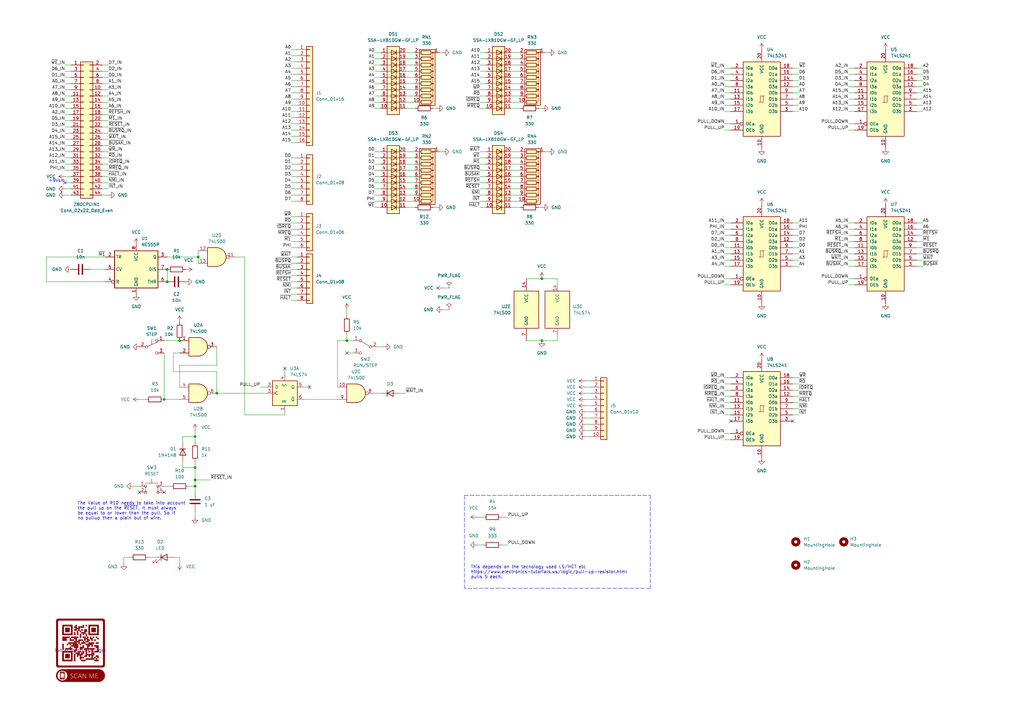
<source format=kicad_sch>
(kicad_sch (version 20211123) (generator eeschema)
  (paper "A3")
  (title_block (title "JupiterAce Z80 plus KIO and new memory format.") (date "2020-05-12") (rev "Alpha") (company "Ontobus") (comment 1 "John Bradley") (comment 2 "https://creativecommons.org/licenses/by-nc-sa/4.0/") (comment 3 "Attribution-NonCommercial-ShareAlike 4.0 International License.") (comment 4 "This work is licensed under a Creative Commons "))
  (lib_symbols
    (symbol "74xx-FIX:74LS241" (pin_names (offset 1.016))
      (property "Reference" "U" (at -7.62 16.51 0))
      (property "Value" "74LS241" (at -7.62 -16.51 0))
      (symbol "74LS241_1_0"
        (pin input inverted (at -12.7 -10.16 0) (length 5.08) (name "OEa") (number "1"))
        (pin power_in line (at 0 -20.32 90) (length 5.08) (name "GND") (number "10"))
        (pin input line (at -12.7 2.54 0) (length 5.08) (name "I0b") (number "11"))
        (pin tri_state line (at 12.7 5.08 180) (length 5.08) (name "O3a") (number "12"))
        (pin input line (at -12.7 0 0) (length 5.08) (name "I1b") (number "13"))
        (pin tri_state line (at 12.7 7.62 180) (length 5.08) (name "O2a") (number "14"))
        (pin input line (at -12.7 -2.54 0) (length 5.08) (name "I2b") (number "15"))
        (pin tri_state line (at 12.7 10.16 180) (length 5.08) (name "O1a") (number "16"))
        (pin input line (at -12.7 -5.08 0) (length 5.08) (name "I3b") (number "17"))
        (pin tri_state line (at 12.7 12.7 180) (length 5.08) (name "O0a") (number "18"))
        (pin input line (at -12.7 -12.7 0) (length 5.08) (name "OEb") (number "19"))
        (pin input line (at -12.7 12.7 0) (length 5.08) (name "I0a") (number "2"))
        (pin power_in line (at 0 20.32 270) (length 5.08) (name "VCC") (number "20"))
        (pin tri_state line (at 12.7 -5.08 180) (length 5.08) (name "O3b") (number "3"))
        (pin input line (at -12.7 10.16 0) (length 5.08) (name "I1a") (number "4"))
        (pin tri_state line (at 12.7 -2.54 180) (length 5.08) (name "O2b") (number "5"))
        (pin input line (at -12.7 7.62 0) (length 5.08) (name "I2a") (number "6"))
        (pin tri_state line (at 12.7 0 180) (length 5.08) (name "O1b") (number "7"))
        (pin input line (at -12.7 5.08 0) (length 5.08) (name "I3a") (number "8"))
        (pin tri_state line (at 12.7 2.54 180) (length 5.08) (name "O0b") (number "9"))
      )
    )
    (symbol "74xx:74LS00" (pin_names (offset 1.016))
      (property "Reference" "U" (at 0 1.27 0))
      (property "Value" "74LS00" (at 0 -1.27 0))
      (symbol "74LS00_1_1"
        (pin input line (at -7.62 2.54 0) (length 3.81) (name "~") (number "1"))
        (pin input line (at -7.62 -2.54 0) (length 3.81) (name "~") (number "2"))
        (pin output inverted (at 7.62 0 180) (length 3.81) (name "~") (number "3"))
      )
      (symbol "74LS00_1_2"
        (pin input inverted (at -7.62 2.54 0) (length 4.318) (name "~") (number "1"))
        (pin input inverted (at -7.62 -2.54 0) (length 4.318) (name "~") (number "2"))
        (pin output line (at 7.62 0 180) (length 3.81) (name "~") (number "3"))
      )
      (symbol "74LS00_2_1"
        (pin input line (at -7.62 2.54 0) (length 3.81) (name "~") (number "4"))
        (pin input line (at -7.62 -2.54 0) (length 3.81) (name "~") (number "5"))
        (pin output inverted (at 7.62 0 180) (length 3.81) (name "~") (number "6"))
      )
      (symbol "74LS00_2_2"
        (pin input inverted (at -7.62 2.54 0) (length 4.318) (name "~") (number "4"))
        (pin input inverted (at -7.62 -2.54 0) (length 4.318) (name "~") (number "5"))
        (pin output line (at 7.62 0 180) (length 3.81) (name "~") (number "6"))
      )
      (symbol "74LS00_3_1"
        (pin input line (at -7.62 -2.54 0) (length 3.81) (name "~") (number "10"))
        (pin output inverted (at 7.62 0 180) (length 3.81) (name "~") (number "8"))
        (pin input line (at -7.62 2.54 0) (length 3.81) (name "~") (number "9"))
      )
      (symbol "74LS00_3_2"
        (pin input inverted (at -7.62 -2.54 0) (length 4.318) (name "~") (number "10"))
        (pin output line (at 7.62 0 180) (length 3.81) (name "~") (number "8"))
        (pin input inverted (at -7.62 2.54 0) (length 4.318) (name "~") (number "9"))
      )
      (symbol "74LS00_4_1"
        (pin output inverted (at 7.62 0 180) (length 3.81) (name "~") (number "11"))
        (pin input line (at -7.62 2.54 0) (length 3.81) (name "~") (number "12"))
        (pin input line (at -7.62 -2.54 0) (length 3.81) (name "~") (number "13"))
      )
      (symbol "74LS00_4_2"
        (pin output line (at 7.62 0 180) (length 3.81) (name "~") (number "11"))
        (pin input inverted (at -7.62 2.54 0) (length 4.318) (name "~") (number "12"))
        (pin input inverted (at -7.62 -2.54 0) (length 4.318) (name "~") (number "13"))
      )
      (symbol "74LS00_5_0"
        (pin power_in line (at 0 12.7 270) (length 5.08) (name "VCC") (number "14"))
        (pin power_in line (at 0 -12.7 90) (length 5.08) (name "GND") (number "7"))
      )
    )
    (symbol "74xx:74LS74" (pin_names (offset 1.016))
      (property "Reference" "U" (at -7.62 8.89 0))
      (property "Value" "74LS74" (at -7.62 -8.89 0))
      (symbol "74LS74_1_0"
        (pin input line (at 0 -7.62 90) (length 2.54) (name "~{R}") (number "1"))
        (pin input line (at -7.62 2.54 0) (length 2.54) (name "D") (number "2"))
        (pin input clock (at -7.62 0 0) (length 2.54) (name "C") (number "3"))
        (pin input line (at 0 7.62 270) (length 2.54) (name "~{S}") (number "4"))
        (pin output line (at 7.62 2.54 180) (length 2.54) (name "Q") (number "5"))
        (pin output line (at 7.62 -2.54 180) (length 2.54) (name "~{Q}") (number "6"))
      )
      (symbol "74LS74_2_0"
        (pin input line (at 0 7.62 270) (length 2.54) (name "~{S}") (number "10"))
        (pin input clock (at -7.62 0 0) (length 2.54) (name "C") (number "11"))
        (pin input line (at -7.62 2.54 0) (length 2.54) (name "D") (number "12"))
        (pin input line (at 0 -7.62 90) (length 2.54) (name "~{R}") (number "13"))
        (pin output line (at 7.62 -2.54 180) (length 2.54) (name "~{Q}") (number "8"))
        (pin output line (at 7.62 2.54 180) (length 2.54) (name "Q") (number "9"))
      )
      (symbol "74LS74_3_0"
        (pin power_in line (at 0 10.16 270) (length 2.54) (name "VCC") (number "14"))
        (pin power_in line (at 0 -10.16 90) (length 2.54) (name "GND") (number "7"))
      )
    )
    (symbol "Connector_Generic:Conn_01x06" (pin_names (offset 1.016) hide)
      (property "Reference" "J" (at 0 7.62 0))
      (property "Value" "Conn_01x06" (at 0 -10.16 0))
      (symbol "Conn_01x06_1_1"
        (pin passive line (at -5.08 5.08 0) (length 3.81) (name "Pin_1") (number "1"))
        (pin passive line (at -5.08 2.54 0) (length 3.81) (name "Pin_2") (number "2"))
        (pin passive line (at -5.08 0 0) (length 3.81) (name "Pin_3") (number "3"))
        (pin passive line (at -5.08 -2.54 0) (length 3.81) (name "Pin_4") (number "4"))
        (pin passive line (at -5.08 -5.08 0) (length 3.81) (name "Pin_5") (number "5"))
        (pin passive line (at -5.08 -7.62 0) (length 3.81) (name "Pin_6") (number "6"))
      )
    )
    (symbol "Connector_Generic:Conn_01x08" (pin_names (offset 1.016) hide)
      (property "Reference" "J" (at 0 10.16 0))
      (property "Value" "Conn_01x08" (at 0 -12.7 0))
      (symbol "Conn_01x08_1_1"
        (pin passive line (at -5.08 7.62 0) (length 3.81) (name "Pin_1") (number "1"))
        (pin passive line (at -5.08 5.08 0) (length 3.81) (name "Pin_2") (number "2"))
        (pin passive line (at -5.08 2.54 0) (length 3.81) (name "Pin_3") (number "3"))
        (pin passive line (at -5.08 0 0) (length 3.81) (name "Pin_4") (number "4"))
        (pin passive line (at -5.08 -2.54 0) (length 3.81) (name "Pin_5") (number "5"))
        (pin passive line (at -5.08 -5.08 0) (length 3.81) (name "Pin_6") (number "6"))
        (pin passive line (at -5.08 -7.62 0) (length 3.81) (name "Pin_7") (number "7"))
        (pin passive line (at -5.08 -10.16 0) (length 3.81) (name "Pin_8") (number "8"))
      )
    )
    (symbol "Connector_Generic:Conn_01x10" (pin_names (offset 1.016) hide)
      (property "Reference" "J" (at 0 12.7 0))
      (property "Value" "Conn_01x10" (at 0 -15.24 0))
      (symbol "Conn_01x10_1_1"
        (pin passive line (at -5.08 10.16 0) (length 3.81) (name "Pin_1") (number "1"))
        (pin passive line (at -5.08 -12.7 0) (length 3.81) (name "Pin_10") (number "10"))
        (pin passive line (at -5.08 7.62 0) (length 3.81) (name "Pin_2") (number "2"))
        (pin passive line (at -5.08 5.08 0) (length 3.81) (name "Pin_3") (number "3"))
        (pin passive line (at -5.08 2.54 0) (length 3.81) (name "Pin_4") (number "4"))
        (pin passive line (at -5.08 0 0) (length 3.81) (name "Pin_5") (number "5"))
        (pin passive line (at -5.08 -2.54 0) (length 3.81) (name "Pin_6") (number "6"))
        (pin passive line (at -5.08 -5.08 0) (length 3.81) (name "Pin_7") (number "7"))
        (pin passive line (at -5.08 -7.62 0) (length 3.81) (name "Pin_8") (number "8"))
        (pin passive line (at -5.08 -10.16 0) (length 3.81) (name "Pin_9") (number "9"))
      )
    )
    (symbol "Connector_Generic:Conn_01x16" (pin_names (offset 1.016) hide)
      (property "Reference" "J" (at 0 20.32 0))
      (property "Value" "Conn_01x16" (at 0 -22.86 0))
      (symbol "Conn_01x16_1_1"
        (pin passive line (at -5.08 17.78 0) (length 3.81) (name "Pin_1") (number "1"))
        (pin passive line (at -5.08 -5.08 0) (length 3.81) (name "Pin_10") (number "10"))
        (pin passive line (at -5.08 -7.62 0) (length 3.81) (name "Pin_11") (number "11"))
        (pin passive line (at -5.08 -10.16 0) (length 3.81) (name "Pin_12") (number "12"))
        (pin passive line (at -5.08 -12.7 0) (length 3.81) (name "Pin_13") (number "13"))
        (pin passive line (at -5.08 -15.24 0) (length 3.81) (name "Pin_14") (number "14"))
        (pin passive line (at -5.08 -17.78 0) (length 3.81) (name "Pin_15") (number "15"))
        (pin passive line (at -5.08 -20.32 0) (length 3.81) (name "Pin_16") (number "16"))
        (pin passive line (at -5.08 15.24 0) (length 3.81) (name "Pin_2") (number "2"))
        (pin passive line (at -5.08 12.7 0) (length 3.81) (name "Pin_3") (number "3"))
        (pin passive line (at -5.08 10.16 0) (length 3.81) (name "Pin_4") (number "4"))
        (pin passive line (at -5.08 7.62 0) (length 3.81) (name "Pin_5") (number "5"))
        (pin passive line (at -5.08 5.08 0) (length 3.81) (name "Pin_6") (number "6"))
        (pin passive line (at -5.08 2.54 0) (length 3.81) (name "Pin_7") (number "7"))
        (pin passive line (at -5.08 0 0) (length 3.81) (name "Pin_8") (number "8"))
        (pin passive line (at -5.08 -2.54 0) (length 3.81) (name "Pin_9") (number "9"))
      )
    )
    (symbol "Connector_Generic:Conn_02x22_Odd_Even" (pin_names (offset 1.016) hide)
      (property "Reference" "J" (at 1.27 27.94 0))
      (property "Value" "Conn_02x22_Odd_Even" (at 1.27 -30.48 0))
      (symbol "Conn_02x22_Odd_Even_1_1"
        (pin passive line (at -5.08 25.4 0) (length 3.81) (name "Pin_1") (number "1"))
        (pin passive line (at 7.62 15.24 180) (length 3.81) (name "Pin_10") (number "10"))
        (pin passive line (at -5.08 12.7 0) (length 3.81) (name "Pin_11") (number "11"))
        (pin passive line (at 7.62 12.7 180) (length 3.81) (name "Pin_12") (number "12"))
        (pin passive line (at -5.08 10.16 0) (length 3.81) (name "Pin_13") (number "13"))
        (pin passive line (at 7.62 10.16 180) (length 3.81) (name "Pin_14") (number "14"))
        (pin passive line (at -5.08 7.62 0) (length 3.81) (name "Pin_15") (number "15"))
        (pin passive line (at 7.62 7.62 180) (length 3.81) (name "Pin_16") (number "16"))
        (pin passive line (at -5.08 5.08 0) (length 3.81) (name "Pin_17") (number "17"))
        (pin passive line (at 7.62 5.08 180) (length 3.81) (name "Pin_18") (number "18"))
        (pin passive line (at -5.08 2.54 0) (length 3.81) (name "Pin_19") (number "19"))
        (pin passive line (at 7.62 25.4 180) (length 3.81) (name "Pin_2") (number "2"))
        (pin passive line (at 7.62 2.54 180) (length 3.81) (name "Pin_20") (number "20"))
        (pin passive line (at -5.08 0 0) (length 3.81) (name "Pin_21") (number "21"))
        (pin passive line (at 7.62 0 180) (length 3.81) (name "Pin_22") (number "22"))
        (pin passive line (at -5.08 -2.54 0) (length 3.81) (name "Pin_23") (number "23"))
        (pin passive line (at 7.62 -2.54 180) (length 3.81) (name "Pin_24") (number "24"))
        (pin passive line (at -5.08 -5.08 0) (length 3.81) (name "Pin_25") (number "25"))
        (pin passive line (at 7.62 -5.08 180) (length 3.81) (name "Pin_26") (number "26"))
        (pin passive line (at -5.08 -7.62 0) (length 3.81) (name "Pin_27") (number "27"))
        (pin passive line (at 7.62 -7.62 180) (length 3.81) (name "Pin_28") (number "28"))
        (pin passive line (at -5.08 -10.16 0) (length 3.81) (name "Pin_29") (number "29"))
        (pin passive line (at -5.08 22.86 0) (length 3.81) (name "Pin_3") (number "3"))
        (pin passive line (at 7.62 -10.16 180) (length 3.81) (name "Pin_30") (number "30"))
        (pin passive line (at -5.08 -12.7 0) (length 3.81) (name "Pin_31") (number "31"))
        (pin passive line (at 7.62 -12.7 180) (length 3.81) (name "Pin_32") (number "32"))
        (pin passive line (at -5.08 -15.24 0) (length 3.81) (name "Pin_33") (number "33"))
        (pin passive line (at 7.62 -15.24 180) (length 3.81) (name "Pin_34") (number "34"))
        (pin passive line (at -5.08 -17.78 0) (length 3.81) (name "Pin_35") (number "35"))
        (pin passive line (at 7.62 -17.78 180) (length 3.81) (name "Pin_36") (number "36"))
        (pin passive line (at -5.08 -20.32 0) (length 3.81) (name "Pin_37") (number "37"))
        (pin passive line (at 7.62 -20.32 180) (length 3.81) (name "Pin_38") (number "38"))
        (pin passive line (at -5.08 -22.86 0) (length 3.81) (name "Pin_39") (number "39"))
        (pin passive line (at 7.62 22.86 180) (length 3.81) (name "Pin_4") (number "4"))
        (pin passive line (at 7.62 -22.86 180) (length 3.81) (name "Pin_40") (number "40"))
        (pin passive line (at -5.08 -25.4 0) (length 3.81) (name "Pin_41") (number "41"))
        (pin passive line (at 7.62 -25.4 180) (length 3.81) (name "Pin_42") (number "42"))
        (pin passive line (at -5.08 -27.94 0) (length 3.81) (name "Pin_43") (number "43"))
        (pin passive line (at 7.62 -27.94 180) (length 3.81) (name "Pin_44") (number "44"))
        (pin passive line (at -5.08 20.32 0) (length 3.81) (name "Pin_5") (number "5"))
        (pin passive line (at 7.62 20.32 180) (length 3.81) (name "Pin_6") (number "6"))
        (pin passive line (at -5.08 17.78 0) (length 3.81) (name "Pin_7") (number "7"))
        (pin passive line (at 7.62 17.78 180) (length 3.81) (name "Pin_8") (number "8"))
        (pin passive line (at -5.08 15.24 0) (length 3.81) (name "Pin_9") (number "9"))
      )
    )
    (symbol "Device:C" (pin_numbers hide) (pin_names (offset 0.254))
      (property "Reference" "C" (at 0.635 2.54 0))
      (property "Value" "C" (at 0.635 -2.54 0))
      (symbol "C_1_1"
        (pin passive line (at 0 3.81 270) (length 2.794) (name "~") (number "1"))
        (pin passive line (at 0 -3.81 90) (length 2.794) (name "~") (number "2"))
      )
    )
    (symbol "Device:LED" (pin_numbers hide) (pin_names (offset 1.016) hide)
      (property "Reference" "D" (at 0 2.54 0))
      (property "Value" "LED" (at 0 -2.54 0))
      (symbol "LED_1_1"
        (pin passive line (at -3.81 0 0) (length 2.54) (name "K") (number "1"))
        (pin passive line (at 3.81 0 180) (length 2.54) (name "A") (number "2"))
      )
    )
    (symbol "Device:R" (pin_numbers hide) (pin_names (offset 0))
      (property "Reference" "R" (at 2.032 0 90))
      (property "Value" "R" (at 0 0 90))
      (symbol "R_1_1"
        (pin passive line (at 0 3.81 270) (length 1.27) (name "~") (number "1"))
        (pin passive line (at 0 -3.81 90) (length 1.27) (name "~") (number "2"))
      )
    )
    (symbol "Device:R_Network09" (pin_names (offset 0) hide)
      (property "Reference" "RN" (at -12.7 0 90))
      (property "Value" "R_Network09" (at 12.7 0 90))
      (symbol "R_Network09_1_1"
        (pin passive line (at -10.16 5.08 270) (length 2.54) (name "common") (number "1"))
        (pin passive line (at 10.16 -5.08 90) (length 1.27) (name "R9") (number "10"))
        (pin passive line (at -10.16 -5.08 90) (length 1.27) (name "R1") (number "2"))
        (pin passive line (at -7.62 -5.08 90) (length 1.27) (name "R2") (number "3"))
        (pin passive line (at -5.08 -5.08 90) (length 1.27) (name "R3") (number "4"))
        (pin passive line (at -2.54 -5.08 90) (length 1.27) (name "R4") (number "5"))
        (pin passive line (at 0 -5.08 90) (length 1.27) (name "R5") (number "6"))
        (pin passive line (at 2.54 -5.08 90) (length 1.27) (name "R6") (number "7"))
        (pin passive line (at 5.08 -5.08 90) (length 1.27) (name "R7") (number "8"))
        (pin passive line (at 7.62 -5.08 90) (length 1.27) (name "R8") (number "9"))
      )
    )
    (symbol "Diode:1N4148" (pin_numbers hide) (pin_names (offset 1.016) hide)
      (property "Reference" "D" (at 0 2.54 0))
      (property "Value" "1N4148" (at 0 -2.54 0))
      (symbol "1N4148_1_1"
        (pin passive line (at -3.81 0 0) (length 2.54) (name "K") (number "1"))
        (pin passive line (at 3.81 0 180) (length 2.54) (name "A") (number "2"))
      )
    )
    (symbol "ExtraSymbols:DIAGQR" (pin_names (offset 1.016)))
    (symbol "ExtraSymbols:TE Connectivity 1-1825910-4 Black Button Tactile Switch, Single Pole Single Throw (SPST)" (pin_names (offset 1.016) hide)
      (property "Reference" "SW" (at 1.27 2.54 0))
      (property "Value" "TE Connectivity 1-1825910-4 Black Button Tactile Switch, Single Pole Single Throw (SPST)" (at 0 -7.62 0))
      (symbol "TE Connectivity 1-1825910-4 Black Button Tactile Switch, Single Pole Single Throw (SPST)_0_0"
        (pin passive line (at 5.08 0 180) (length 2.54) (name "3") (number "3"))
        (pin passive line (at 5.08 -2.54 180) (length 2.54) (name "4") (number "4"))
      )
      (symbol "TE Connectivity 1-1825910-4 Black Button Tactile Switch, Single Pole Single Throw (SPST)_0_1"
        (pin passive line (at -5.08 0 0) (length 2.54) (name "1") (number "1"))
        (pin passive line (at -5.08 -2.54 0) (length 2.54) (name "2") (number "2"))
      )
    )
    (symbol "LED:HDSP-4830_2" (pin_names (offset 1.016) hide)
      (property "Reference" "BAR" (at 0 15.24 0))
      (property "Value" "HDSP-4830_2" (at 0 -17.78 0))
      (symbol "HDSP-4830_2_1_1"
        (pin passive line (at -5.08 10.16 0) (length 2.54) (name "A") (number "1"))
        (pin passive line (at -5.08 -12.7 0) (length 2.54) (name "A") (number "10"))
        (pin passive line (at 5.08 -12.7 180) (length 2.54) (name "K") (number "11"))
        (pin passive line (at 5.08 -10.16 180) (length 2.54) (name "K") (number "12"))
        (pin passive line (at 5.08 -7.62 180) (length 2.54) (name "K") (number "13"))
        (pin passive line (at 5.08 -5.08 180) (length 2.54) (name "K") (number "14"))
        (pin passive line (at 5.08 -2.54 180) (length 2.54) (name "K") (number "15"))
        (pin passive line (at 5.08 0 180) (length 2.54) (name "K") (number "16"))
        (pin passive line (at 5.08 2.54 180) (length 2.54) (name "K") (number "17"))
        (pin passive line (at 5.08 5.08 180) (length 2.54) (name "K") (number "18"))
        (pin passive line (at 5.08 7.62 180) (length 2.54) (name "K") (number "19"))
        (pin passive line (at -5.08 7.62 0) (length 2.54) (name "A") (number "2"))
        (pin passive line (at 5.08 10.16 180) (length 2.54) (name "K") (number "20"))
        (pin passive line (at -5.08 5.08 0) (length 2.54) (name "A") (number "3"))
        (pin passive line (at -5.08 2.54 0) (length 2.54) (name "A") (number "4"))
        (pin passive line (at -5.08 0 0) (length 2.54) (name "A") (number "5"))
        (pin passive line (at -5.08 -2.54 0) (length 2.54) (name "A") (number "6"))
        (pin passive line (at -5.08 -5.08 0) (length 2.54) (name "A") (number "7"))
        (pin passive line (at -5.08 -7.62 0) (length 2.54) (name "A") (number "8"))
        (pin passive line (at -5.08 -10.16 0) (length 2.54) (name "A") (number "9"))
      )
    )
    (symbol "Mechanical:MountingHole" (pin_names (offset 1.016))
      (property "Reference" "H" (at 0 5.08 0))
      (property "Value" "MountingHole" (at 0 3.175 0))
    )
    (symbol "Switch:SW_Push_SPDT" (pin_names (offset 0) hide)
      (property "Reference" "SW" (at 0 4.318 0))
      (property "Value" "SW_Push_SPDT" (at 0 -5.08 0))
      (symbol "SW_Push_SPDT_1_1"
        (pin passive line (at 5.08 2.54 180) (length 2.54) (name "A") (number "1"))
        (pin passive line (at -5.08 0 0) (length 2.54) (name "B") (number "2"))
        (pin passive line (at 5.08 -2.54 180) (length 2.54) (name "C") (number "3"))
      )
    )
    (symbol "Switch:SW_SPDT" (pin_names (offset 0) hide)
      (property "Reference" "SW" (at 0 4.318 0))
      (property "Value" "SW_SPDT" (at 0 -5.08 0))
      (symbol "SW_SPDT_1_1"
        (pin passive line (at 5.08 2.54 180) (length 2.54) (name "A") (number "1"))
        (pin passive line (at -5.08 0 0) (length 2.54) (name "B") (number "2"))
        (pin passive line (at 5.08 -2.54 180) (length 2.54) (name "C") (number "3"))
      )
    )
    (symbol "Timer:NE555P"
      (property "Reference" "U" (at -10.16 8.89 0))
      (property "Value" "NE555P" (at 2.54 8.89 0))
      (symbol "NE555P_0_0"
        (pin power_in line (at 0 -10.16 90) (length 2.54) (name "GND") (number "1"))
        (pin power_in line (at 0 10.16 270) (length 2.54) (name "VCC") (number "8"))
      )
      (symbol "NE555P_1_1"
        (pin input line (at -12.7 5.08 0) (length 3.81) (name "TR") (number "2"))
        (pin output line (at 12.7 5.08 180) (length 3.81) (name "Q") (number "3"))
        (pin input inverted (at -12.7 -5.08 0) (length 3.81) (name "R") (number "4"))
        (pin input line (at -12.7 0 0) (length 3.81) (name "CV") (number "5"))
        (pin input line (at 12.7 -5.08 180) (length 3.81) (name "THR") (number "6"))
        (pin input line (at 12.7 0 180) (length 3.81) (name "DIS") (number "7"))
      )
    )
    (symbol "power:GND" (power) (pin_names (offset 0))
      (property "Value" "GND" (at 0 -3.81 0))
      (symbol "GND_1_1"
        (pin power_in line (at 0 0 270) (length 0) hide (name "GND") (number "1"))
      )
    )
    (symbol "power:PWR_FLAG" (power) (pin_numbers hide) (pin_names (offset 0) hide)
      (property "Value" "PWR_FLAG" (at 0 3.81 0))
      (symbol "PWR_FLAG_0_0"
        (pin power_out line (at 0 0 90) (length 0) (name "pwr") (number "1"))
      )
    )
    (symbol "power:VCC" (power) (pin_names (offset 0))
      (property "Value" "VCC" (at 0 3.81 0))
      (symbol "VCC_1_1"
        (pin power_in line (at 0 0 90) (length 0) hide (name "VCC") (number "1"))
      )
    )
  )
  (junction (at 222.25 139.7))
  (junction (at 80.01 179.07))
  (junction (at 81.28 105.41))
  (junction (at 88.9 161.29))
  (junction (at 222.25 114.3))
  (junction (at 80.01 199.39))
  (junction (at 80.01 191.77))
  (junction (at 142.24 139.7))
  (junction (at 68.58 115.57))
  (junction (at 73.66 139.7))
  (junction (at 67.31 163.83))
  (junction (at 68.58 110.49))
  (junction (at 80.01 196.85))
  (no_connect (at 67.31 201.93))
  (no_connect (at 57.15 201.93))
  (no_connect (at 142.24 144.78))
  (no_connect (at 299.72 172.72))
  (no_connect (at 325.12 172.72))
  (no_connect (at -10.16 36.83))
  (no_connect (at 116.84 151.13))
  (no_connect (at -2.54 31.75))
  (no_connect (at -17.78 26.67))
  (no_connect (at -17.78 29.21))
  (no_connect (at 26.67 74.93))
  (no_connect (at 127 158.75))
  (no_connect (at -10.16 21.59))
  (no_connect (at -2.54 26.67))
  (wire (pts (xy 209.55 39.37) (xy 213.36 39.37)))
  (wire (pts (xy 196.85 80.01) (xy 199.39 80.01)))
  (wire (pts (xy 375.92 93.98) (xy 378.46 93.98)))
  (wire (pts (xy 375.92 99.06) (xy 378.46 99.06)))
  (wire (pts (xy 166.37 72.39) (xy 170.18 72.39)))
  (wire (pts (xy 299.72 165.1) (xy 297.18 165.1)))
  (wire (pts (xy 41.91 52.07) (xy 44.45 52.07)))
  (wire (pts (xy 53.34 228.6) (xy 50.8 228.6)))
  (wire (pts (xy 88.9 152.4) (xy 71.12 152.4)))
  (wire (pts (xy 350.52 33.02) (xy 347.98 33.02)))
  (wire (pts (xy 350.52 101.6) (xy 347.98 101.6)))
  (wire (pts (xy 299.72 27.94) (xy 297.18 27.94)))
  (wire (pts (xy 80.01 209.55) (xy 80.01 212.09)))
  (wire (pts (xy 59.69 163.83) (xy 57.15 163.83)))
  (wire (pts (xy 41.91 59.69) (xy 44.45 59.69)))
  (wire (pts (xy 29.21 31.75) (xy 26.67 31.75)))
  (wire (pts (xy 119.38 93.98) (xy 121.92 93.98)))
  (wire (pts (xy 375.92 30.48) (xy 378.46 30.48)))
  (wire (pts (xy 166.37 44.45) (xy 170.18 44.45)))
  (wire (pts (xy 196.85 82.55) (xy 199.39 82.55)))
  (wire (pts (xy 41.91 36.83) (xy 44.45 36.83)))
  (wire (pts (xy 153.67 69.85) (xy 156.21 69.85)))
  (wire (pts (xy 80.01 199.39) (xy 80.01 201.93)))
  (wire (pts (xy 196.85 39.37) (xy 199.39 39.37)))
  (wire (pts (xy 209.55 85.09) (xy 213.36 85.09)))
  (wire (pts (xy 196.85 72.39) (xy 199.39 72.39)))
  (wire (pts (xy 119.38 43.18) (xy 121.92 43.18)))
  (wire (pts (xy 119.38 35.56) (xy 121.92 35.56)))
  (wire (pts (xy 153.67 64.77) (xy 156.21 64.77)))
  (wire (pts (xy 29.21 39.37) (xy 26.67 39.37)))
  (wire (pts (xy 153.67 67.31) (xy 156.21 67.31)))
  (wire (pts (xy 325.12 96.52) (xy 327.66 96.52)))
  (wire (pts (xy 156.21 34.29) (xy 153.67 34.29)))
  (wire (pts (xy 80.01 196.85) (xy 80.01 199.39)))
  (wire (pts (xy 375.92 106.68) (xy 378.46 106.68)))
  (wire (pts (xy 73.66 149.86) (xy 73.66 158.75)))
  (wire (pts (xy 166.37 82.55) (xy 170.18 82.55)))
  (wire (pts (xy 325.12 157.48) (xy 327.66 157.48)))
  (wire (pts (xy 80.01 196.85) (xy 86.36 196.85)))
  (wire (pts (xy 325.12 101.6) (xy 327.66 101.6)))
  (wire (pts (xy 196.85 64.77) (xy 199.39 64.77)))
  (wire (pts (xy 71.12 152.4) (xy 71.12 144.78)))
  (wire (pts (xy 142.24 129.54) (xy 142.24 127)))
  (wire (pts (xy 209.55 69.85) (xy 213.36 69.85)))
  (polyline (pts (xy 190.5 203.2) (xy 190.5 241.3)))
  (wire (pts (xy 375.92 96.52) (xy 378.46 96.52)))
  (wire (pts (xy 325.12 99.06) (xy 327.66 99.06)))
  (wire (pts (xy 350.52 40.64) (xy 347.98 40.64)))
  (wire (pts (xy 375.92 101.6) (xy 378.46 101.6)))
  (wire (pts (xy 209.55 31.75) (xy 213.36 31.75)))
  (wire (pts (xy 119.38 96.52) (xy 121.92 96.52)))
  (wire (pts (xy 347.98 109.22) (xy 350.52 109.22)))
  (wire (pts (xy 240.03 158.75) (xy 242.57 158.75)))
  (wire (pts (xy 196.85 31.75) (xy 199.39 31.75)))
  (wire (pts (xy 138.43 139.7) (xy 138.43 158.75)))
  (wire (pts (xy 156.21 21.59) (xy 153.67 21.59)))
  (wire (pts (xy 80.01 176.53) (xy 80.01 179.07)))
  (wire (pts (xy 325.12 27.94) (xy 327.66 27.94)))
  (wire (pts (xy 375.92 35.56) (xy 378.46 35.56)))
  (wire (pts (xy 88.9 142.24) (xy 88.9 149.86)))
  (wire (pts (xy 74.93 189.23) (xy 74.93 191.77)))
  (wire (pts (xy 80.01 179.07) (xy 74.93 179.07)))
  (wire (pts (xy 119.38 48.26) (xy 121.92 48.26)))
  (wire (pts (xy 297.18 93.98) (xy 299.72 93.98)))
  (wire (pts (xy 119.38 115.57) (xy 121.92 115.57)))
  (wire (pts (xy 119.38 107.95) (xy 121.92 107.95)))
  (wire (pts (xy 29.21 74.93) (xy 26.67 74.93)))
  (wire (pts (xy 119.38 91.44) (xy 121.92 91.44)))
  (wire (pts (xy 299.72 162.56) (xy 297.18 162.56)))
  (wire (pts (xy 350.52 93.98) (xy 347.98 93.98)))
  (wire (pts (xy 299.72 99.06) (xy 297.18 99.06)))
  (wire (pts (xy 325.12 109.22) (xy 327.66 109.22)))
  (wire (pts (xy 156.21 36.83) (xy 153.67 36.83)))
  (wire (pts (xy 166.37 41.91) (xy 170.18 41.91)))
  (wire (pts (xy 325.12 30.48) (xy 327.66 30.48)))
  (wire (pts (xy 297.18 53.34) (xy 299.72 53.34)))
  (wire (pts (xy 153.67 62.23) (xy 156.21 62.23)))
  (wire (pts (xy 153.67 72.39) (xy 156.21 72.39)))
  (wire (pts (xy 43.18 110.49) (xy 36.83 110.49)))
  (wire (pts (xy 157.48 142.24) (xy 154.94 142.24)))
  (wire (pts (xy 41.91 72.39) (xy 44.45 72.39)))
  (wire (pts (xy 347.98 50.8) (xy 350.52 50.8)))
  (wire (pts (xy 350.52 30.48) (xy 347.98 30.48)))
  (wire (pts (xy 209.55 62.23) (xy 213.36 62.23)))
  (wire (pts (xy 209.55 36.83) (xy 213.36 36.83)))
  (wire (pts (xy 240.03 168.91) (xy 242.57 168.91)))
  (wire (pts (xy 350.52 35.56) (xy 347.98 35.56)))
  (wire (pts (xy 350.52 91.44) (xy 347.98 91.44)))
  (wire (pts (xy 41.91 44.45) (xy 44.45 44.45)))
  (wire (pts (xy 220.98 85.09) (xy 222.25 85.09)))
  (wire (pts (xy 177.8 44.45) (xy 179.07 44.45)))
  (wire (pts (xy 81.28 102.87) (xy 81.28 105.41)))
  (wire (pts (xy 29.21 44.45) (xy 26.67 44.45)))
  (wire (pts (xy 166.37 67.31) (xy 170.18 67.31)))
  (wire (pts (xy 60.96 228.6) (xy 63.5 228.6)))
  (wire (pts (xy 297.18 116.84) (xy 299.72 116.84)))
  (wire (pts (xy 347.98 114.3) (xy 350.52 114.3)))
  (wire (pts (xy 177.8 85.09) (xy 179.07 85.09)))
  (wire (pts (xy 375.92 27.94) (xy 378.46 27.94)))
  (wire (pts (xy 100.33 105.41) (xy 96.52 105.41)))
  (wire (pts (xy 209.55 41.91) (xy 213.36 41.91)))
  (wire (pts (xy 325.12 106.68) (xy 327.66 106.68)))
  (wire (pts (xy 350.52 38.1) (xy 347.98 38.1)))
  (wire (pts (xy 80.01 191.77) (xy 80.01 196.85)))
  (wire (pts (xy 299.72 157.48) (xy 297.18 157.48)))
  (wire (pts (xy 88.9 152.4) (xy 88.9 161.29)))
  (wire (pts (xy 375.92 40.64) (xy 378.46 40.64)))
  (wire (pts (xy 119.38 40.64) (xy 121.92 40.64)))
  (wire (pts (xy 119.38 38.1) (xy 121.92 38.1)))
  (wire (pts (xy 299.72 30.48) (xy 297.18 30.48)))
  (wire (pts (xy 297.18 167.64) (xy 299.72 167.64)))
  (wire (pts (xy 166.37 31.75) (xy 170.18 31.75)))
  (wire (pts (xy 228.6 114.3) (xy 228.6 116.84)))
  (wire (pts (xy 142.24 137.16) (xy 142.24 139.7)))
  (wire (pts (xy 119.38 72.39) (xy 121.92 72.39)))
  (wire (pts (xy 184.15 127) (xy 181.61 127)))
  (polyline (pts (xy 190.5 203.2) (xy 266.7 203.2)))
  (wire (pts (xy 116.84 168.91) (xy 116.84 170.18)))
  (wire (pts (xy 119.38 77.47) (xy 121.92 77.47)))
  (wire (pts (xy 74.93 179.07) (xy 74.93 181.61)))
  (wire (pts (xy 196.85 29.21) (xy 199.39 29.21)))
  (wire (pts (xy 196.85 85.09) (xy 199.39 85.09)))
  (wire (pts (xy 119.38 69.85) (xy 121.92 69.85)))
  (wire (pts (xy 350.52 99.06) (xy 347.98 99.06)))
  (wire (pts (xy 73.66 228.6) (xy 73.66 231.14)))
  (wire (pts (xy 375.92 104.14) (xy 378.46 104.14)))
  (wire (pts (xy 41.91 69.85) (xy 44.45 69.85)))
  (wire (pts (xy 196.85 34.29) (xy 199.39 34.29)))
  (wire (pts (xy 119.38 55.88) (xy 121.92 55.88)))
  (wire (pts (xy 299.72 38.1) (xy 297.18 38.1)))
  (wire (pts (xy 375.92 38.1) (xy 378.46 38.1)))
  (wire (pts (xy 375.92 33.02) (xy 378.46 33.02)))
  (wire (pts (xy 299.72 96.52) (xy 297.18 96.52)))
  (wire (pts (xy 297.18 114.3) (xy 299.72 114.3)))
  (wire (pts (xy 166.37 26.67) (xy 170.18 26.67)))
  (wire (pts (xy 29.21 64.77) (xy 26.67 64.77)))
  (wire (pts (xy 41.91 80.01) (xy 44.45 80.01)))
  (wire (pts (xy 29.21 46.99) (xy 26.67 46.99)))
  (wire (pts (xy 119.38 118.11) (xy 121.92 118.11)))
  (wire (pts (xy 29.21 59.69) (xy 26.67 59.69)))
  (wire (pts (xy 166.37 64.77) (xy 170.18 64.77)))
  (wire (pts (xy 196.85 74.93) (xy 199.39 74.93)))
  (wire (pts (xy 299.72 160.02) (xy 297.18 160.02)))
  (wire (pts (xy 347.98 53.34) (xy 350.52 53.34)))
  (wire (pts (xy 299.72 101.6) (xy 297.18 101.6)))
  (wire (pts (xy 196.85 41.91) (xy 199.39 41.91)))
  (wire (pts (xy 220.98 44.45) (xy 222.25 44.45)))
  (wire (pts (xy 100.33 105.41) (xy 100.33 170.18)))
  (wire (pts (xy 153.67 82.55) (xy 156.21 82.55)))
  (wire (pts (xy 156.21 39.37) (xy 153.67 39.37)))
  (wire (pts (xy 299.72 35.56) (xy 297.18 35.56)))
  (wire (pts (xy 119.38 33.02) (xy 121.92 33.02)))
  (wire (pts (xy 166.37 62.23) (xy 170.18 62.23)))
  (wire (pts (xy 41.91 64.77) (xy 44.45 64.77)))
  (wire (pts (xy 299.72 154.94) (xy 297.18 154.94)))
  (wire (pts (xy 156.21 161.29) (xy 153.67 161.29)))
  (wire (pts (xy 299.72 170.18) (xy 297.18 170.18)))
  (wire (pts (xy 240.03 163.83) (xy 242.57 163.83)))
  (wire (pts (xy 209.55 64.77) (xy 213.36 64.77)))
  (wire (pts (xy 196.85 77.47) (xy 199.39 77.47)))
  (wire (pts (xy 119.38 53.34) (xy 121.92 53.34)))
  (wire (pts (xy 109.22 158.75) (xy 106.68 158.75)))
  (wire (pts (xy 327.66 91.44) (xy 325.12 91.44)))
  (wire (pts (xy 325.12 45.72) (xy 327.66 45.72)))
  (wire (pts (xy 209.55 74.93) (xy 213.36 74.93)))
  (wire (pts (xy 375.92 91.44) (xy 378.46 91.44)))
  (wire (pts (xy 29.21 49.53) (xy 26.67 49.53)))
  (wire (pts (xy 166.37 69.85) (xy 170.18 69.85)))
  (wire (pts (xy 297.18 180.34) (xy 299.72 180.34)))
  (wire (pts (xy 67.31 139.7) (xy 73.66 139.7)))
  (wire (pts (xy 299.72 40.64) (xy 297.18 40.64)))
  (wire (pts (xy 124.46 158.75) (xy 127 158.75)))
  (wire (pts (xy 156.21 26.67) (xy 153.67 26.67)))
  (wire (pts (xy 180.34 21.59) (xy 181.61 21.59)))
  (wire (pts (xy 119.38 27.94) (xy 121.92 27.94)))
  (wire (pts (xy 209.55 21.59) (xy 213.36 21.59)))
  (wire (pts (xy 119.38 30.48) (xy 121.92 30.48)))
  (wire (pts (xy 69.85 199.39) (xy 67.31 199.39)))
  (wire (pts (xy 166.37 77.47) (xy 170.18 77.47)))
  (wire (pts (xy 119.38 82.55) (xy 121.92 82.55)))
  (wire (pts (xy 81.28 105.41) (xy 81.28 107.95)))
  (wire (pts (xy 325.12 33.02) (xy 327.66 33.02)))
  (wire (pts (xy 119.38 123.19) (xy 121.92 123.19)))
  (wire (pts (xy 29.21 67.31) (xy 26.67 67.31)))
  (wire (pts (xy 142.24 139.7) (xy 144.78 139.7)))
  (wire (pts (xy 116.84 153.67) (xy 116.84 151.13)))
  (wire (pts (xy 299.72 109.22) (xy 297.18 109.22)))
  (wire (pts (xy 80.01 191.77) (xy 74.93 191.77)))
  (wire (pts (xy 299.72 104.14) (xy 297.18 104.14)))
  (wire (pts (xy 166.37 21.59) (xy 170.18 21.59)))
  (wire (pts (xy 88.9 149.86) (xy 73.66 149.86)))
  (wire (pts (xy 209.55 34.29) (xy 213.36 34.29)))
  (wire (pts (xy 138.43 163.83) (xy 124.46 163.83)))
  (wire (pts (xy 196.85 69.85) (xy 199.39 69.85)))
  (wire (pts (xy 119.38 88.9) (xy 121.92 88.9)))
  (wire (pts (xy 196.85 24.13) (xy 199.39 24.13)))
  (wire (pts (xy 166.37 80.01) (xy 170.18 80.01)))
  (wire (pts (xy 209.55 72.39) (xy 213.36 72.39)))
  (wire (pts (xy 299.72 45.72) (xy 297.18 45.72)))
  (wire (pts (xy 116.84 170.18) (xy 100.33 170.18)))
  (wire (pts (xy 153.67 85.09) (xy 156.21 85.09)))
  (wire (pts (xy 119.38 120.65) (xy 121.92 120.65)))
  (wire (pts (xy 41.91 41.91) (xy 44.45 41.91)))
  (wire (pts (xy 325.12 154.94) (xy 327.66 154.94)))
  (wire (pts (xy 144.78 144.78) (xy 142.24 144.78)))
  (wire (pts (xy 350.52 43.18) (xy 347.98 43.18)))
  (wire (pts (xy 350.52 104.14) (xy 347.98 104.14)))
  (wire (pts (xy 209.55 67.31) (xy 213.36 67.31)))
  (wire (pts (xy 195.58 223.52) (xy 198.12 223.52)))
  (wire (pts (xy 119.38 80.01) (xy 121.92 80.01)))
  (wire (pts (xy 347.98 116.84) (xy 350.52 116.84)))
  (wire (pts (xy 41.91 31.75) (xy 44.45 31.75)))
  (wire (pts (xy 119.38 50.8) (xy 121.92 50.8)))
  (wire (pts (xy 222.25 114.3) (xy 228.6 114.3)))
  (wire (pts (xy 297.18 50.8) (xy 299.72 50.8)))
  (wire (pts (xy 299.72 106.68) (xy 297.18 106.68)))
  (wire (pts (xy 156.21 29.21) (xy 153.67 29.21)))
  (wire (pts (xy 26.67 77.47) (xy 29.21 77.47)))
  (wire (pts (xy 29.21 69.85) (xy 26.67 69.85)))
  (wire (pts (xy 71.12 228.6) (xy 73.66 228.6)))
  (wire (pts (xy 71.12 144.78) (xy 73.66 144.78)))
  (wire (pts (xy 327.66 93.98) (xy 325.12 93.98)))
  (wire (pts (xy 121.92 99.06) (xy 119.38 99.06)))
  (wire (pts (xy 166.37 29.21) (xy 170.18 29.21)))
  (wire (pts (xy 325.12 160.02) (xy 327.66 160.02)))
  (wire (pts (xy 299.72 33.02) (xy 297.18 33.02)))
  (polyline (pts (xy 266.7 203.2) (xy 266.7 241.3)))
  (wire (pts (xy 41.91 67.31) (xy 44.45 67.31)))
  (wire (pts (xy 156.21 24.13) (xy 153.67 24.13)))
  (wire (pts (xy 119.38 22.86) (xy 121.92 22.86)))
  (wire (pts (xy 41.91 54.61) (xy 44.45 54.61)))
  (wire (pts (xy 378.46 109.22) (xy 375.92 109.22)))
  (wire (pts (xy 29.21 52.07) (xy 26.67 52.07)))
  (wire (pts (xy 153.67 74.93) (xy 156.21 74.93)))
  (wire (pts (xy 223.52 21.59) (xy 224.79 21.59)))
  (wire (pts (xy 80.01 181.61) (xy 80.01 179.07)))
  (wire (pts (xy 196.85 36.83) (xy 199.39 36.83)))
  (wire (pts (xy 68.58 105.41) (xy 81.28 105.41)))
  (wire (pts (xy 240.03 173.99) (xy 242.57 173.99)))
  (wire (pts (xy 325.12 165.1) (xy 327.66 165.1)))
  (wire (pts (xy 375.92 43.18) (xy 378.46 43.18)))
  (wire (pts (xy 299.72 43.18) (xy 297.18 43.18)))
  (wire (pts (xy 325.12 43.18) (xy 327.66 43.18)))
  (wire (pts (xy 41.91 49.53) (xy 44.45 49.53)))
  (wire (pts (xy 222.25 139.7) (xy 228.6 139.7)))
  (wire (pts (xy 29.21 34.29) (xy 26.67 34.29)))
  (wire (pts (xy 166.37 161.29) (xy 163.83 161.29)))
  (wire (pts (xy 242.57 176.53) (xy 240.03 176.53)))
  (wire (pts (xy 109.22 161.29) (xy 88.9 161.29)))
  (wire (pts (xy 67.31 144.78) (xy 67.31 163.83)))
  (wire (pts (xy 68.58 115.57) (xy 68.58 110.49)))
  (wire (pts (xy 350.52 45.72) (xy 347.98 45.72)))
  (wire (pts (xy 240.03 156.21) (xy 242.57 156.21)))
  (wire (pts (xy 196.85 62.23) (xy 199.39 62.23)))
  (wire (pts (xy 350.52 27.94) (xy 347.98 27.94)))
  (wire (pts (xy 29.21 41.91) (xy 26.67 41.91)))
  (wire (pts (xy 166.37 36.83) (xy 170.18 36.83)))
  (wire (pts (xy 297.18 91.44) (xy 299.72 91.44)))
  (wire (pts (xy 228.6 137.16) (xy 228.6 139.7)))
  (wire (pts (xy 77.47 199.39) (xy 80.01 199.39)))
  (wire (pts (xy 209.55 77.47) (xy 213.36 77.47)))
  (wire (pts (xy 57.15 199.39) (xy 54.61 199.39)))
  (wire (pts (xy 41.91 39.37) (xy 44.45 39.37)))
  (wire (pts (xy 119.38 105.41) (xy 121.92 105.41)))
  (wire (pts (xy 119.38 113.03) (xy 121.92 113.03)))
  (wire (pts (xy 119.38 64.77) (xy 121.92 64.77)))
  (wire (pts (xy 181.61 118.11) (xy 184.15 118.11)))
  (wire (pts (xy 215.9 139.7) (xy 222.25 139.7)))
  (wire (pts (xy 80.01 189.23) (xy 80.01 191.77)))
  (wire (pts (xy 209.55 44.45) (xy 213.36 44.45)))
  (wire (pts (xy 119.38 20.32) (xy 121.92 20.32)))
  (polyline (pts (xy 266.7 241.3) (xy 190.5 241.3)))
  (wire (pts (xy 240.03 161.29) (xy 242.57 161.29)))
  (wire (pts (xy 156.21 31.75) (xy 153.67 31.75)))
  (wire (pts (xy 209.55 80.01) (xy 213.36 80.01)))
  (wire (pts (xy 41.91 26.67) (xy 44.45 26.67)))
  (wire (pts (xy 166.37 39.37) (xy 170.18 39.37)))
  (wire (pts (xy 19.05 105.41) (xy 19.05 115.57)))
  (wire (pts (xy 67.31 163.83) (xy 73.66 163.83)))
  (wire (pts (xy 166.37 85.09) (xy 170.18 85.09)))
  (wire (pts (xy 327.66 167.64) (xy 325.12 167.64)))
  (wire (pts (xy 375.92 45.72) (xy 378.46 45.72)))
  (wire (pts (xy 325.12 104.14) (xy 327.66 104.14)))
  (wire (pts (xy 166.37 24.13) (xy 170.18 24.13)))
  (wire (pts (xy 50.8 228.6) (xy 50.8 231.14)))
  (wire (pts (xy 350.52 96.52) (xy 347.98 96.52)))
  (wire (pts (xy 209.55 82.55) (xy 213.36 82.55)))
  (wire (pts (xy 29.21 54.61) (xy 26.67 54.61)))
  (wire (pts (xy 215.9 114.3) (xy 222.25 114.3)))
  (wire (pts (xy 196.85 67.31) (xy 199.39 67.31)))
  (wire (pts (xy 205.74 212.09) (xy 208.28 212.09)))
  (wire (pts (xy 325.12 38.1) (xy 327.66 38.1)))
  (wire (pts (xy 223.52 62.23) (xy 224.79 62.23)))
  (wire (pts (xy 325.12 162.56) (xy 327.66 162.56)))
  (wire (pts (xy 166.37 34.29) (xy 170.18 34.29)))
  (wire (pts (xy 240.03 166.37) (xy 242.57 166.37)))
  (wire (pts (xy 119.38 58.42) (xy 121.92 58.42)))
  (wire (pts (xy 41.91 46.99) (xy 44.45 46.99)))
  (wire (pts (xy 41.91 29.21) (xy 44.45 29.21)))
  (wire (pts (xy 195.58 212.09) (xy 198.12 212.09)))
  (wire (pts (xy 119.38 101.6) (xy 121.92 101.6)))
  (wire (pts (xy 297.18 177.8) (xy 299.72 177.8)))
  (wire (pts (xy 41.91 62.23) (xy 44.45 62.23)))
  (wire (pts (xy 29.21 26.67) (xy 26.67 26.67)))
  (wire (pts (xy 325.12 35.56) (xy 327.66 35.56)))
  (wire (pts (xy 180.34 62.23) (xy 181.61 62.23)))
  (wire (pts (xy 196.85 44.45) (xy 199.39 44.45)))
  (wire (pts (xy 166.37 74.93) (xy 170.18 74.93)))
  (wire (pts (xy 26.67 72.39) (xy 29.21 72.39)))
  (wire (pts (xy 156.21 41.91) (xy 153.67 41.91)))
  (wire (pts (xy 41.91 34.29) (xy 44.45 34.29)))
  (wire (pts (xy 196.85 21.59) (xy 199.39 21.59)))
  (wire (pts (xy 138.43 139.7) (xy 142.24 139.7)))
  (wire (pts (xy 119.38 45.72) (xy 121.92 45.72)))
  (wire (pts (xy 350.52 106.68) (xy 347.98 106.68)))
  (wire (pts (xy 19.05 115.57) (xy 43.18 115.57)))
  (wire (pts (xy 29.21 62.23) (xy 26.67 62.23)))
  (wire (pts (xy 209.55 24.13) (xy 213.36 24.13)))
  (wire (pts (xy 205.74 223.52) (xy 208.28 223.52)))
  (wire (pts (xy 325.12 170.18) (xy 327.66 170.18)))
  (wire (pts (xy 325.12 40.64) (xy 327.66 40.64)))
  (wire (pts (xy 153.67 80.01) (xy 156.21 80.01)))
  (wire (pts (xy 156.21 44.45) (xy 153.67 44.45)))
  (wire (pts (xy 119.38 110.49) (xy 121.92 110.49)))
  (wire (pts (xy 119.38 25.4) (xy 121.92 25.4)))
  (wire (pts (xy 29.21 57.15) (xy 26.67 57.15)))
  (wire (pts (xy 153.67 77.47) (xy 156.21 77.47)))
  (wire (pts (xy 41.91 57.15) (xy 44.45 57.15)))
  (wire (pts (xy 43.18 105.41) (xy 19.05 105.41)))
  (wire (pts (xy 119.38 67.31) (xy 121.92 67.31)))
  (wire (pts (xy 41.91 77.47) (xy 44.45 77.47)))
  (wire (pts (xy 29.21 29.21) (xy 26.67 29.21)))
  (wire (pts (xy 29.21 80.01) (xy 26.67 80.01)))
  (wire (pts (xy 119.38 74.93) (xy 121.92 74.93)))
  (wire (pts (xy 209.55 29.21) (xy 213.36 29.21)))
  (wire (pts (xy 209.55 26.67) (xy 213.36 26.67)))
  (wire (pts (xy 29.21 36.83) (xy 26.67 36.83)))
  (wire (pts (xy 196.85 26.67) (xy 199.39 26.67)))
  (wire (pts (xy 242.57 171.45) (xy 240.03 171.45)))
  (wire (pts (xy 242.57 179.07) (xy 240.03 179.07)))
  (wire (pts (xy 44.45 74.93) (xy 41.91 74.93)))
  (text "The Value of R10 needs to take into account\nthe pull up on the ~{RESET}. It must always\nbe equal to or lower than the pull. So if\nno pullup then a plain but of wire." (at 31.75 213.36 0) (effects (font (size 1.27 1.27)) (justify left bottom)))
  (text "+9Vsm" (at 26.67 74.93 180) (effects (font (size 1.27 1.27)) (justify right bottom)))
  (text "This depends on the tecnology used LS/HCT etc \nhttps://www.electronics-tutorials.ws/logic/pull-up-resistor.html\npulls 5 each." (at 193.04 237.49 0) (effects (font (size 1.27 1.27)) (justify left bottom)))
  (label "A2_IN" (at 26.67 46.99 180))
  (label "A6" (at 119.38 35.56 180))
  (label "D4_IN" (at 26.67 54.61 180))
  (label "~{WR}_IN" (at 297.18 154.94 180))
  (label "PULL_DOWN" (at 347.98 114.3 180))
  (label "A14_IN" (at 347.98 40.64 180))
  (label "~{NMI}_IN" (at 44.45 74.93 0))
  (label "~{REFSH}_IN" (at 347.98 96.52 180))
  (label "A14_IN" (at 26.67 59.69 180))
  (label "~{WE}" (at 153.67 85.09 180))
  (label "~{WAIT}_IN" (at 44.45 57.15 0))
  (label "A0_IN" (at 297.18 35.56 180))
  (label "D1" (at 327.66 33.02 0))
  (label "A2" (at 378.46 27.94 0))
  (label "~{HALT}_IN" (at 44.45 72.39 0))
  (label "A2_IN" (at 347.98 27.94 180))
  (label "~{BUSAK}_IN" (at 44.45 59.69 0))
  (label "PULL_UP" (at 208.28 212.09 0))
  (label "~{IOREQ}" (at 327.66 160.02 0))
  (label "A5_IN" (at 347.98 91.44 180))
  (label "PULL_DOWN" (at 297.18 50.8 180))
  (label "~{NMI}" (at 327.66 167.64 0))
  (label "~{BUSRQ}" (at 119.38 107.95 180))
  (label "A10" (at 327.66 45.72 0))
  (label "~{BUSRQ}" (at 378.46 104.14 0))
  (label "PULL_DOWN" (at 297.18 114.3 180))
  (label "A3_IN" (at 44.45 36.83 0))
  (label "D0" (at 119.38 64.77 180))
  (label "D4_IN" (at 347.98 35.56 180))
  (label "~{WR}" (at 327.66 154.94 0))
  (label "~{WR}_IN" (at 44.45 62.23 0))
  (label "A8_IN" (at 26.67 39.37 180))
  (label "D0" (at 153.67 62.23 180))
  (label "A14" (at 119.38 55.88 180))
  (label "A5_IN" (at 44.45 41.91 0))
  (label "D2" (at 119.38 69.85 180))
  (label "A4" (at 153.67 31.75 180))
  (label "D6_IN" (at 26.67 29.21 180))
  (label "A13" (at 196.85 29.21 180))
  (label "A9_IN" (at 297.18 43.18 180))
  (label "A7" (at 153.67 39.37 180))
  (label "A4_IN" (at 297.18 109.22 180))
  (label "~{REFSH}" (at 196.85 74.93 180))
  (label "D2" (at 327.66 99.06 0))
  (label "D1" (at 153.67 64.77 180))
  (label "D5" (at 153.67 74.93 180))
  (label "D3" (at 119.38 72.39 180))
  (label "~{M1}_IN" (at 347.98 99.06 180))
  (label "D3_IN" (at 26.67 52.07 180))
  (label "~{BUSAK}" (at 378.46 109.22 0))
  (label "D5_IN" (at 26.67 49.53 180))
  (label "A14" (at 378.46 40.64 0))
  (label "~{IOREQ}" (at 119.38 93.98 180))
  (label "A0_IN" (at 26.67 34.29 180))
  (label "A12" (at 196.85 26.67 180))
  (label "PULL_UP" (at 297.18 116.84 180))
  (label "A7_IN" (at 26.67 36.83 180))
  (label "D4" (at 153.67 72.39 180))
  (label "D3_IN" (at 347.98 33.02 180))
  (label "A10_IN" (at 297.18 45.72 180))
  (label "A10" (at 119.38 45.72 180))
  (label "A6_IN" (at 347.98 93.98 180))
  (label "A11" (at 119.38 48.26 180))
  (label "~{INT}" (at 327.66 170.18 0))
  (label "A1_IN" (at 297.18 104.14 180))
  (label "A2" (at 119.38 25.4 180))
  (label "A8" (at 327.66 40.64 0))
  (label "A8" (at 153.67 41.91 180))
  (label "A2" (at 153.67 26.67 180))
  (label "~{MREQ}_IN" (at 44.45 69.85 0))
  (label "A3" (at 153.67 29.21 180))
  (label "~{WE}" (at 327.66 27.94 0))
  (label "~{NMI}" (at 196.85 80.01 180))
  (label "A9" (at 153.67 44.45 180))
  (label "D7_IN" (at 297.18 96.52 180))
  (label "D1_IN" (at 297.18 33.02 180))
  (label "~{BUSRQ}" (at 196.85 69.85 180))
  (label "A7_IN" (at 297.18 38.1 180))
  (label "~{RESET}_IN" (at 86.36 196.85 0))
  (label "A7" (at 327.66 38.1 0))
  (label "~{HALT}_IN" (at 297.18 165.1 180))
  (label "~{INT}" (at 196.85 82.55 180))
  (label "A11" (at 196.85 24.13 180))
  (label "A13" (at 378.46 43.18 0))
  (label "A11" (at 327.66 91.44 0))
  (label "~{RD}" (at 119.38 91.44 180))
  (label "D6" (at 119.38 80.01 180))
  (label "~{REFSH}" (at 378.46 96.52 0))
  (label "D7" (at 119.38 82.55 180))
  (label "A6" (at 378.46 93.98 0))
  (label "~{WE}_IN" (at 26.67 26.67 180))
  (label "D3" (at 153.67 69.85 180))
  (label "A8" (at 119.38 40.64 180))
  (label "~{WAIT}_IN" (at 166.37 161.29 0))
  (label "~{RD}" (at 327.66 157.48 0))
  (label "~{RESET}" (at 196.85 77.47 180))
  (label "A13_IN" (at 347.98 43.18 180))
  (label "A12" (at 378.46 45.72 0))
  (label "~{INT}_IN" (at 44.45 77.47 0))
  (label "~{REFSH}" (at 119.38 113.03 180))
  (label "A12_IN" (at 26.67 64.77 180))
  (label "A3_IN" (at 297.18 106.68 180))
  (label "A15_IN" (at 26.67 57.15 180))
  (label "D1" (at 119.38 67.31 180))
  (label "~{RD}_IN" (at 297.18 157.48 180))
  (label "D0" (at 327.66 101.6 0))
  (label "A4_IN" (at 44.45 39.37 0))
  (label "~{RESET}" (at 378.46 101.6 0))
  (label "A13" (at 119.38 53.34 180))
  (label "A7" (at 119.38 38.1 180))
  (label "~{INT}" (at 119.38 120.65 180))
  (label "A5" (at 153.67 34.29 180))
  (label "PULL_DOWN" (at 297.18 177.8 180))
  (label "A15" (at 378.46 38.1 0))
  (label "~{M1}" (at 196.85 67.31 180))
  (label "~{NMI}" (at 119.38 118.11 180))
  (label "~{REFSH}_IN" (at 44.45 46.99 0))
  (label "A4" (at 119.38 30.48 180))
  (label "A15" (at 119.38 58.42 180))
  (label "PULL_DOWN" (at 347.98 50.8 180))
  (label "PULL_UP" (at 347.98 53.34 180))
  (label "D0_IN" (at 297.18 101.6 180))
  (label "~{WR}" (at 119.38 88.9 180))
  (label "D2_IN" (at 44.45 29.21 0))
  (label "D7_IN" (at 44.45 26.67 0))
  (label "D3" (at 378.46 33.02 0))
  (label "~{MREQ}" (at 119.38 96.52 180))
  (label "~{WR}" (at 196.85 36.83 180))
  (label "A10_IN" (at 26.67 44.45 180))
  (label "~{BUSRQ}_IN" (at 347.98 104.14 180))
  (label "PULL_UP" (at 347.98 116.84 180))
  (label "~{BUSAK}_IN" (at 347.98 109.22 180))
  (label "D5" (at 119.38 77.47 180))
  (label "~{BUSRQ}_IN" (at 44.45 54.61 0))
  (label "A13_IN" (at 26.67 62.23 180))
  (label "~{HALT}" (at 196.85 85.09 180))
  (label "PULL_UP" (at 297.18 53.34 180))
  (label "A1" (at 327.66 104.14 0))
  (label "~{MREQ}" (at 327.66 162.56 0))
  (label "A5" (at 119.38 33.02 180))
  (label "D7" (at 153.67 80.01 180))
  (label "~{BUSAK}" (at 119.38 110.49 180))
  (label "A4" (at 327.66 109.22 0))
  (label "A8_IN" (at 297.18 40.64 180))
  (label "~{RESET}_IN" (at 44.45 52.07 0))
  (label "~{M1}" (at 378.46 99.06 0))
  (label "A3" (at 327.66 106.68 0))
  (label "D6" (at 327.66 30.48 0))
  (label "PULL_DOWN" (at 208.28 223.52 0))
  (label "~{IOREQ}_IN" (at 44.45 67.31 0))
  (label "PHI" (at 327.66 93.98 0))
  (label "A6_IN" (at 44.45 44.45 0))
  (label "PULL_UP" (at 106.68 158.75 180))
  (label "D7" (at 327.66 96.52 0))
  (label "A9" (at 327.66 43.18 0))
  (label "~{HALT}" (at 327.66 165.1 0))
  (label "~{M1}_IN" (at 44.45 49.53 0))
  (label "A12" (at 119.38 50.8 180))
  (label "D4" (at 119.38 74.93 180))
  (label "A10" (at 196.85 21.59 180))
  (label "PHI" (at 119.38 101.6 180))
  (label "A6" (at 153.67 36.83 180))
  (label "A9_IN" (at 26.67 41.91 180))
  (label "D2_IN" (at 297.18 99.06 180))
  (label "~{RD}_IN" (at 44.45 64.77 0))
  (label "~{HALT}" (at 119.38 123.19 180))
  (label "~{M1}" (at 119.38 99.06 180))
  (label "A3" (at 119.38 27.94 180))
  (label "~{MREQ}" (at 196.85 44.45 180))
  (label "D5" (at 378.46 30.48 0))
  (label "~{WAIT}" (at 119.38 105.41 180))
  (label "~{WAIT}_IN" (at 347.98 106.68 180))
  (label "A1_IN" (at 44.45 34.29 0))
  (label "~{WAIT}" (at 196.85 62.23 180))
  (label "~{MREQ}_IN" (at 297.18 162.56 180))
  (label "~{WE}_IN" (at 297.18 27.94 180))
  (label "A11_IN" (at 26.67 67.31 180))
  (label "A0" (at 153.67 21.59 180))
  (label "A14" (at 196.85 31.75 180))
  (label "~{NMI}_IN" (at 297.18 167.64 180))
  (label "A9" (at 119.38 43.18 180))
  (label "~{INT}_IN" (at 297.18 170.18 180))
  (label "PULL_UP" (at 297.18 180.34 180))
  (label "~{RESET}" (at 119.38 115.57 180))
  (label "D5_IN" (at 347.98 30.48 180))
  (label "~{RESET}_IN" (at 347.98 101.6 180))
  (label "PHI_IN" (at 26.67 69.85 180))
  (label "A1" (at 153.67 24.13 180))
  (label "~{RD}" (at 196.85 39.37 180))
  (label "D1_IN" (at 26.67 31.75 180))
  (label "~{BUSAK}" (at 196.85 72.39 180))
  (label "A5" (at 378.46 91.44 0))
  (label "D6_IN" (at 297.18 30.48 180))
  (label "~{IOREQ}" (at 196.85 41.91 180))
  (label "~{M1}" (at 43.18 105.41 180))
  (label "A1" (at 119.38 22.86 180))
  (label "PHI_IN" (at 297.18 93.98 180))
  (label "A0" (at 327.66 35.56 0))
  (label "~{WE}" (at 196.85 64.77 180))
  (label "A0" (at 119.38 20.32 180))
  (label "A11_IN" (at 297.18 91.44 180))
  (label "A15_IN" (at 347.98 38.1 180))
  (label "D2" (at 153.67 67.31 180))
  (label "D0_IN" (at 44.45 31.75 0))
  (label "A15" (at 196.85 34.29 180))
  (label "A12_IN" (at 347.98 45.72 180))
  (label "D4" (at 378.46 35.56 0))
  (label "D6" (at 153.67 77.47 180))
  (label "~{IOREQ}_IN" (at 297.18 160.02 180))
  (label "PHI" (at 153.67 82.55 180))
  (label "~{WAIT}" (at 378.46 106.68 0))
  (symbol (lib_id "power:GND") (at 44.45 80.01 90) (unit 1)
    (property "Reference" "#0101" (effects hide))
    (property "Value" "GND" (at 48.26 80.0099 90) (effects (justify right)))
  )
  (symbol (lib_id "power:GND") (at 26.67 80.01 270) (unit 1)
    (property "Reference" "#0102" (effects hide))
    (property "Value" "GND" (at 22.86 80.0099 90) (effects (justify right)))
  )
  (symbol (lib_id "power:GND") (at 26.67 77.47 270) (unit 1)
    (property "Reference" "#0103" (effects hide))
    (property "Value" "GND" (at 22.86 77.4699 90) (effects (justify right)))
  )
  (symbol (lib_id "Connector_Generic:Conn_02x22_Odd_Even") (at 34.29 52.07 0) (unit 1)
    (property "Reference" "Z80CPUIN1" (at 35.56 83.82 0))
    (property "Value" "Conn_02x22_Odd_Even" (at 35.56 86.36 0))
    (property "Footprint" "Connector_PinSocket_2.54mm:PinSocket_2x22_P2.54mm_Vertical" (effects hide))
    (property "Manufacturer_Name" "HARWIN" (effects hide))
    (property "Manufacturer_Part_Number" "M20-9721146 " (effects hide))
  )
  (symbol (lib_id "power:GND") (at 181.61 21.59 90) (unit 1)
    (property "Reference" "#PWR0101" (effects hide))
    (property "Value" "GND" (at 185.42 21.5899 90) (effects (justify right)))
  )
  (symbol (lib_id "power:PWR_FLAG") (at 184.15 118.11 0) (unit 1)
    (property "Reference" "#FLG0101" (effects hide))
    (property "Value" "PWR_FLAG" (at 184.15 113.03 0))
  )
  (symbol (lib_id "power:PWR_FLAG") (at 184.15 127 0) (unit 1)
    (property "Reference" "#FLG0102" (effects hide))
    (property "Value" "PWR_FLAG" (at 184.15 121.92 0))
  )
  (symbol (lib_id "power:VCC") (at 26.67 72.39 90) (unit 1)
    (property "Reference" "#PWR0102" (effects hide))
    (property "Value" "VCC" (at 22.86 72.3899 90) (effects (justify left)))
  )
  (symbol (lib_id "power:GND") (at 181.61 127 270) (unit 1)
    (property "Reference" "#0104" (effects hide))
    (property "Value" "GND" (at 177.8 126.9999 90) (effects (justify right)))
  )
  (symbol (lib_id "power:VCC") (at 181.61 118.11 90) (unit 1)
    (property "Reference" "#PWR0103" (effects hide))
    (property "Value" "VCC" (at 177.8 118.1099 90) (effects (justify left)))
  )
  (symbol (lib_id "Timer:NE555P") (at 55.88 110.49 0) (unit 1)
    (property "Reference" "U1" (at 57.8994 97.79 0) (effects (justify left)))
    (property "Value" "NE555P" (at 57.8994 100.33 0) (effects (justify left)))
    (property "Footprint" "Package_DIP:DIP-8_W7.62mm" (effects hide))
    (property "Datasheet" "http://www.ti.com/lit/ds/symlink/ne555.pdf" (effects hide))
  )
  (symbol (lib_id "74xx:74LS00") (at 81.28 142.24 0) (unit 1)
    (property "Reference" "U2" (at 81.28 133.35 0))
    (property "Value" "74LS00" (at 81.28 135.89 0))
    (property "Footprint" "Package_DIP:DIP-14_W7.62mm" (effects hide))
    (property "Datasheet" "http://www.ti.com/lit/gpn/sn74ls00" (effects hide))
  )
  (symbol (lib_id "74xx:74LS74") (at 116.84 161.29 0) (unit 1)
    (property "Reference" "U3" (at 118.8594 151.13 0) (effects (justify left)))
    (property "Value" "74LS74" (at 118.8594 153.67 0) (effects (justify left)))
    (property "Footprint" "Package_DIP:DIP-14_W7.62mm" (effects hide))
    (property "Datasheet" "74xx/74hc_hct74.pdf" (effects hide))
  )
  (symbol (lib_id "74xx:74LS74") (at -10.16 29.21 0) (unit 2)
    (property "Reference" "U3" (at -8.1406 19.05 0) (effects (justify left)))
    (property "Value" "74LS74" (at -8.1406 21.59 0) (effects (justify left)))
    (property "Footprint" "Package_DIP:DIP-14_W7.62mm" (effects hide))
    (property "Datasheet" "74xx/74hc_hct74.pdf" (effects hide))
  )
  (symbol (lib_id "74xx:74LS00") (at 215.9 127 0) (unit 5)
    (property "Reference" "U2" (at 209.55 125.7299 0) (effects (justify right)))
    (property "Value" "74LS00" (at 209.55 128.2699 0) (effects (justify right)))
    (property "Footprint" "Package_DIP:DIP-14_W7.62mm" (effects hide))
    (property "Datasheet" "http://www.ti.com/lit/gpn/sn74ls00" (effects hide))
  )
  (symbol (lib_id "74xx:74LS00") (at 81.28 161.29 0) (unit 2)
    (property "Reference" "U2" (at 81.28 167.64 0))
    (property "Value" "74LS00" (at 81.28 170.18 0))
    (property "Footprint" "Package_DIP:DIP-14_W7.62mm" (effects hide))
    (property "Datasheet" "http://www.ti.com/lit/gpn/sn74ls00" (effects hide))
  )
  (symbol (lib_id "74xx:74LS00") (at 146.05 161.29 0) (mirror x) (unit 3)
    (property "Reference" "U2" (at 146.05 152.4 0))
    (property "Value" "74LS00" (at 146.05 154.94 0))
    (property "Footprint" "Package_DIP:DIP-14_W7.62mm" (effects hide))
    (property "Datasheet" "http://www.ti.com/lit/gpn/sn74ls00" (effects hide))
  )
  (symbol (lib_id "74xx:74LS00") (at 88.9 105.41 0) (unit 4)
    (property "Reference" "U2" (at 88.9 96.52 0))
    (property "Value" "74LS00" (at 88.9 99.06 0))
    (property "Footprint" "Package_DIP:DIP-14_W7.62mm" (effects hide))
    (property "Datasheet" "http://www.ti.com/lit/gpn/sn74ls00" (effects hide))
  )
  (symbol (lib_id "74xx:74LS74") (at 228.6 127 0) (unit 3)
    (property "Reference" "U3" (at 234.95 125.7299 0) (effects (justify left)))
    (property "Value" "74LS74" (at 234.95 128.2699 0) (effects (justify left)))
    (property "Footprint" "Package_DIP:DIP-14_W7.62mm" (effects hide))
    (property "Datasheet" "74xx/74hc_hct74.pdf" (effects hide))
  )
  (symbol (lib_id "power:VCC") (at 222.25 114.3 0) (unit 1)
    (property "Reference" "#PWR0143" (effects hide))
    (property "Value" "VCC" (at 222.25 109.22 0))
  )
  (symbol (lib_id "power:GND") (at 222.25 139.7 0) (unit 1)
    (property "Reference" "#0105" (effects hide))
    (property "Value" "GND" (at 222.25 144.78 0))
  )
  (symbol (lib_id "Device:C") (at 33.02 110.49 270) (unit 1)
    (property "Reference" "C1" (at 33.02 102.87 90))
    (property "Value" "10n" (at 33.02 105.41 90))
    (property "Footprint" "Capacitor_THT:C_Disc_D4.7mm_W2.5mm_P5.00mm" (effects hide))
  )
  (symbol (lib_id "power:GND") (at 29.21 110.49 270) (unit 1)
    (property "Reference" "#0106" (effects hide))
    (property "Value" "GND" (at 25.4 110.4899 90) (effects (justify right)))
  )
  (symbol (lib_id "Device:R") (at 72.39 110.49 270) (unit 1)
    (property "Reference" "R1" (at 72.39 102.87 90))
    (property "Value" "10k" (at 72.39 105.41 90))
    (property "Footprint" "Resistor_THT:R_Axial_DIN0204_L3.6mm_D1.6mm_P1.90mm_Vertical" (effects hide))
  )
  (symbol (lib_id "power:VCC") (at 76.2 110.49 270) (unit 1)
    (property "Reference" "#PWR0144" (effects hide))
    (property "Value" "VCC" (at 77.47 106.68 90))
  )
  (symbol (lib_id "power:VCC") (at 55.88 100.33 0) (unit 1)
    (property "Reference" "#PWR0145" (effects hide))
    (property "Value" "VCC" (at 55.88 95.25 0))
  )
  (symbol (lib_id "power:GND") (at 55.88 120.65 0) (unit 1)
    (property "Reference" "#0107" (effects hide))
    (property "Value" "GND" (at 55.88 125.73 0))
  )
  (symbol (lib_id "Device:C") (at 72.39 115.57 270) (unit 1)
    (property "Reference" "C2" (at 72.39 120.65 90))
    (property "Value" "10n" (at 72.39 123.19 90))
    (property "Footprint" "Capacitor_THT:C_Disc_D4.7mm_W2.5mm_P5.00mm" (effects hide))
  )
  (symbol (lib_id "power:GND") (at 76.2 115.57 90) (unit 1)
    (property "Reference" "#0108" (effects hide))
    (property "Value" "GND" (at 80.01 115.5699 90) (effects (justify right)))
  )
  (symbol (lib_id "Device:R") (at 73.66 135.89 180) (unit 1)
    (property "Reference" "R2" (at 71.12 134.6199 0) (effects (justify left)))
    (property "Value" "10k" (at 71.12 137.1599 0) (effects (justify left)))
    (property "Footprint" "Resistor_THT:R_Axial_DIN0204_L3.6mm_D1.6mm_P1.90mm_Vertical" (effects hide))
  )
  (symbol (lib_id "power:VCC") (at 73.66 132.08 0) (unit 1)
    (property "Reference" "#PWR0146" (effects hide))
    (property "Value" "VCC" (at 73.66 127 0))
  )
  (symbol (lib_id "Device:R") (at 63.5 163.83 270) (unit 1)
    (property "Reference" "R3" (at 63.5 157.48 90))
    (property "Value" "10k" (at 63.5 160.02 90))
    (property "Footprint" "Resistor_THT:R_Axial_DIN0204_L3.6mm_D1.6mm_P1.90mm_Vertical" (effects hide))
  )
  (symbol (lib_id "power:VCC") (at 57.15 163.83 90) (unit 1)
    (property "Reference" "#PWR0147" (effects hide))
    (property "Value" "VCC" (at 53.34 163.8299 90) (effects (justify left)))
  )
  (symbol (lib_id "Device:R") (at 142.24 133.35 180) (unit 1)
    (property "Reference" "R5" (at 144.78 132.0799 0) (effects (justify right)))
    (property "Value" "10k" (at 144.78 134.6199 0) (effects (justify right)))
    (property "Footprint" "Resistor_THT:R_Axial_DIN0204_L3.6mm_D1.6mm_P1.90mm_Vertical" (effects hide))
  )
  (symbol (lib_id "power:VCC") (at 142.24 127 0) (unit 1)
    (property "Reference" "#PWR0149" (effects hide))
    (property "Value" "VCC" (at 142.24 121.92 0))
  )
  (symbol (lib_id "power:GND") (at 157.48 142.24 90) (unit 1)
    (property "Reference" "#0110" (effects hide))
    (property "Value" "GND" (at 161.29 142.2399 90) (effects (justify right)))
  )
  (symbol (lib_id "LED:HDSP-4830_2") (at 161.29 31.75 0) (unit 1)
    (property "Reference" "DS1" (at 161.29 13.97 0))
    (property "Value" "SSA-LXB10GW-GF_LP" (at 161.29 16.51 0))
    (property "Footprint" "Display:HDSP-4830" (effects hide))
    (property "Datasheet" "https://docs.broadcom.com/docs/AV02-1798EN" (effects hide))
    (property "Description" "LUMEX - SSA-LXB10GW-GF/LP. - BAR GRAPH, 10-LED, GREEN, 8MCD, 105mW" (effects hide))
    (property "Height" "7.05" (effects hide))
    (property "Manufacturer_Name" "Lumex" (effects hide))
    (property "Manufacturer_Part_Number" "SSA-LXB10GW-GF/LP" (effects hide))
    (property "Arrow Part Number" "SSA-LXB10GW-GF/LP" (effects hide))
    (property "Arrow Price/Stock" "https://www.arrow.com/en/products/ssa-lxb10gw-gflp/lumex" (effects hide))
    (property "Mouser Part Number" "696-SSA-LXB10GW" (effects hide))
    (property "Mouser Price/Stock" "https://www.mouser.co.uk/ProductDetail/Lumex/SSA-LXB10GW-GF-LP?qs=52yRZiL3nOqQhQkoci3oKw%3D%3D" (effects hide))
  )
  (symbol (lib_id "Mechanical:MountingHole") (at 326.39 222.25 0) (unit 1)
    (property "Reference" "H1" (at 329.565 220.9799 0) (effects (justify left)))
    (property "Value" "MountingHole" (at 329.565 223.5199 0) (effects (justify left)))
    (property "Footprint" "MountingHole:MountingHole_3.5mm" (effects hide))
  )
  (symbol (lib_id "Mechanical:MountingHole") (at 346.075 222.25 0) (unit 1)
    (property "Reference" "H3" (at 348.615 220.9799 0) (effects (justify left)))
    (property "Value" "MountingHole" (at 348.615 223.5199 0) (effects (justify left)))
    (property "Footprint" "MountingHole:MountingHole_3.5mm" (effects hide))
  )
  (symbol (lib_id "Mechanical:MountingHole") (at 326.39 231.775 0) (unit 1)
    (property "Reference" "H2" (at 329.565 230.5049 0) (effects (justify left)))
    (property "Value" "MountingHole" (at 329.565 233.0449 0) (effects (justify left)))
    (property "Footprint" "MountingHole:MountingHole_3.5mm" (effects hide))
  )
  (symbol (lib_id "Switch:SW_Push_SPDT") (at 62.23 142.24 0) (unit 1)
    (property "Reference" "SW1" (at 62.23 134.62 0))
    (property "Value" "STEP" (at 62.23 137.16 0))
    (property "Footprint" "ExtraFootprints:ZMAXXXYYYZZZLC" (effects hide))
  )
  (symbol (lib_id "power:GND") (at 57.15 142.24 270) (unit 1)
    (property "Reference" "#0112" (effects hide))
    (property "Value" "GND" (at 53.34 142.2399 90) (effects (justify right)))
  )
  (symbol (lib_id "Switch:SW_SPDT") (at 149.86 142.24 0) (mirror y) (unit 1)
    (property "Reference" "SW2" (at 149.86 147.32 0))
    (property "Value" "RUN/STEP" (at 149.86 149.86 0))
    (property "Footprint" "ExtraFootprints:B13AP" (effects hide))
  )
  (symbol (lib_id "Connector_Generic:Conn_01x16") (at 127 38.1 0) (unit 1)
    (property "Reference" "J1" (at 129.54 38.0999 0) (effects (justify left)))
    (property "Value" "Conn_01x16" (at 129.54 40.6399 0) (effects (justify left)))
    (property "Footprint" "Connector_PinHeader_2.54mm:PinHeader_1x16_P2.54mm_Vertical" (effects hide))
  )
  (symbol (lib_id "Connector_Generic:Conn_01x08") (at 127 72.39 0) (unit 1)
    (property "Reference" "J2" (at 129.54 72.3899 0) (effects (justify left)))
    (property "Value" "Conn_01x08" (at 129.54 74.9299 0) (effects (justify left)))
    (property "Footprint" "Connector_PinHeader_2.54mm:PinHeader_1x08_P2.54mm_Vertical" (effects hide))
  )
  (symbol (lib_id "Connector_Generic:Conn_01x06") (at 127 93.98 0) (unit 1)
    (property "Reference" "J3" (at 129.54 92.7099 0) (effects (justify left)))
    (property "Value" "Conn_01x06" (at 129.54 95.2499 0) (effects (justify left)))
    (property "Footprint" "Connector_PinHeader_2.54mm:PinHeader_1x06_P2.54mm_Vertical" (effects hide))
  )
  (symbol (lib_id "Connector_Generic:Conn_01x10") (at 247.65 166.37 0) (unit 1)
    (property "Reference" "J5" (at 250.19 166.3699 0) (effects (justify left)))
    (property "Value" "Conn_01x10" (at 250.19 168.9099 0) (effects (justify left)))
    (property "Footprint" "Connector_PinHeader_2.54mm:PinHeader_1x10_P2.54mm_Vertical" (effects hide))
  )
  (symbol (lib_id "power:GND") (at 240.03 171.45 270) (unit 1)
    (property "Reference" "#0109" (effects hide))
    (property "Value" "GND" (at 236.22 171.4499 90) (effects (justify right)))
  )
  (symbol (lib_id "power:GND") (at 240.03 168.91 270) (unit 1)
    (property "Reference" "#0113" (effects hide))
    (property "Value" "GND" (at 236.22 168.9099 90) (effects (justify right)))
  )
  (symbol (lib_id "power:VCC") (at 240.03 166.37 90) (unit 1)
    (property "Reference" "#PWR0104" (effects hide))
    (property "Value" "VCC" (at 236.22 166.3699 90) (effects (justify left)))
  )
  (symbol (lib_id "power:VCC") (at 240.03 163.83 90) (unit 1)
    (property "Reference" "#PWR0151" (effects hide))
    (property "Value" "VCC" (at 236.22 163.8299 90) (effects (justify left)))
  )
  (symbol (lib_id "Connector_Generic:Conn_01x08") (at 127 113.03 0) (unit 1)
    (property "Reference" "J4" (at 129.54 113.0299 0) (effects (justify left)))
    (property "Value" "Conn_01x08" (at 129.54 115.5699 0) (effects (justify left)))
    (property "Footprint" "Connector_PinHeader_2.54mm:PinHeader_1x08_P2.54mm_Vertical" (effects hide))
  )
  (symbol (lib_id "LED:HDSP-4830_2") (at 161.29 72.39 0) (unit 1)
    (property "Reference" "DS3" (at 161.29 54.61 0))
    (property "Value" "SSA-LXB10GW-GF_LP" (at 161.29 57.15 0))
    (property "Footprint" "Display:HDSP-4830" (effects hide))
    (property "Datasheet" "https://docs.broadcom.com/docs/AV02-1798EN" (effects hide))
    (property "Description" "LUMEX - SSA-LXB10GW-GF/LP. - BAR GRAPH, 10-LED, GREEN, 8MCD, 105mW" (effects hide))
    (property "Height" "7.05" (effects hide))
    (property "Manufacturer_Name" "Lumex" (effects hide))
    (property "Manufacturer_Part_Number" "SSA-LXB10GW-GF/LP" (effects hide))
    (property "Arrow Part Number" "SSA-LXB10GW-GF/LP" (effects hide))
    (property "Arrow Price/Stock" "https://www.arrow.com/en/products/ssa-lxb10gw-gflp/lumex" (effects hide))
    (property "Mouser Part Number" "696-SSA-LXB10GW" (effects hide))
    (property "Mouser Price/Stock" "https://www.mouser.co.uk/ProductDetail/Lumex/SSA-LXB10GW-GF-LP?qs=52yRZiL3nOqQhQkoci3oKw%3D%3D" (effects hide))
  )
  (symbol (lib_id "LED:HDSP-4830_2") (at 204.47 31.75 0) (unit 1)
    (property "Reference" "DS2" (at 204.47 13.97 0))
    (property "Value" "SSA-LXB10GW-GF_LP" (at 204.47 16.51 0))
    (property "Footprint" "Display:HDSP-4830" (effects hide))
    (property "Datasheet" "https://docs.broadcom.com/docs/AV02-1798EN" (effects hide))
    (property "Description" "LUMEX - SSA-LXB10GW-GF/LP. - BAR GRAPH, 10-LED, GREEN, 8MCD, 105mW" (effects hide))
    (property "Height" "7.05" (effects hide))
    (property "Manufacturer_Name" "Lumex" (effects hide))
    (property "Manufacturer_Part_Number" "SSA-LXB10GW-GF/LP" (effects hide))
    (property "Arrow Part Number" "SSA-LXB10GW-GF/LP" (effects hide))
    (property "Arrow Price/Stock" "https://www.arrow.com/en/products/ssa-lxb10gw-gflp/lumex" (effects hide))
    (property "Mouser Part Number" "696-SSA-LXB10GW" (effects hide))
    (property "Mouser Price/Stock" "https://www.mouser.co.uk/ProductDetail/Lumex/SSA-LXB10GW-GF-LP?qs=52yRZiL3nOqQhQkoci3oKw%3D%3D" (effects hide))
  )
  (symbol (lib_id "LED:HDSP-4830_2") (at 204.47 72.39 0) (unit 1)
    (property "Reference" "DS4" (at 204.47 54.61 0))
    (property "Value" "SSA-LXB10GW-GF_LP" (at 204.47 57.15 0))
    (property "Footprint" "Display:HDSP-4830" (effects hide))
    (property "Datasheet" "https://docs.broadcom.com/docs/AV02-1798EN" (effects hide))
    (property "Description" "LUMEX - SSA-LXB10GW-GF/LP. - BAR GRAPH, 10-LED, GREEN, 8MCD, 105mW" (effects hide))
    (property "Height" "7.05" (effects hide))
    (property "Manufacturer_Name" "Lumex" (effects hide))
    (property "Manufacturer_Part_Number" "SSA-LXB10GW-GF/LP" (effects hide))
    (property "Arrow Part Number" "SSA-LXB10GW-GF/LP" (effects hide))
    (property "Arrow Price/Stock" "https://www.arrow.com/en/products/ssa-lxb10gw-gflp/lumex" (effects hide))
    (property "Mouser Part Number" "696-SSA-LXB10GW" (effects hide))
    (property "Mouser Price/Stock" "https://www.mouser.co.uk/ProductDetail/Lumex/SSA-LXB10GW-GF-LP?qs=52yRZiL3nOqQhQkoci3oKw%3D%3D" (effects hide))
  )
  (symbol (lib_id "Device:R_Network09") (at 175.26 31.75 270) (unit 1)
    (property "Reference" "RN1" (at 175.006 15.24 90))
    (property "Value" "330" (at 175.006 17.78 90))
    (property "Footprint" "Resistor_THT:R_Array_SIP10" (effects hide))
    (property "Datasheet" "http://www.vishay.com/docs/31509/csc.pdf" (effects hide))
    (property "Manufacturer_Name" "Bourns" (effects hide))
    (property "Manufacturer_Part_Number" "4610X-101-331LF " (effects hide))
  )
  (symbol (lib_id "power:GND") (at 181.61 62.23 90) (mirror x) (unit 1)
    (property "Reference" "#PWR0105" (effects hide))
    (property "Value" "GND" (at 185.42 62.2299 90) (effects (justify right)))
  )
  (symbol (lib_id "power:GND") (at 224.79 21.59 90) (mirror x) (unit 1)
    (property "Reference" "#PWR0106" (effects hide))
    (property "Value" "GND" (at 228.6 21.5899 90) (effects (justify right)))
  )
  (symbol (lib_id "power:GND") (at 224.79 62.23 90) (mirror x) (unit 1)
    (property "Reference" "#PWR0107" (effects hide))
    (property "Value" "GND" (at 228.6 62.2299 90) (effects (justify right)))
  )
  (symbol (lib_id "Device:R_Network09") (at 175.26 72.39 270) (unit 1)
    (property "Reference" "RN2" (at 175.006 55.88 90))
    (property "Value" "330" (at 175.006 58.42 90))
    (property "Footprint" "Resistor_THT:R_Array_SIP10" (effects hide))
    (property "Datasheet" "http://www.vishay.com/docs/31509/csc.pdf" (effects hide))
    (property "Manufacturer_Name" "Bourns" (effects hide))
    (property "Manufacturer_Part_Number" "4610X-101-331LF " (effects hide))
  )
  (symbol (lib_id "Device:R_Network09") (at 218.44 31.75 270) (unit 1)
    (property "Reference" "RN3" (at 218.186 15.24 90))
    (property "Value" "330" (at 218.186 17.78 90))
    (property "Footprint" "Resistor_THT:R_Array_SIP10" (effects hide))
    (property "Datasheet" "http://www.vishay.com/docs/31509/csc.pdf" (effects hide))
    (property "Manufacturer_Name" "Bourns" (effects hide))
    (property "Manufacturer_Part_Number" "4610X-101-331LF " (effects hide))
  )
  (symbol (lib_id "Device:R_Network09") (at 218.44 72.39 270) (unit 1)
    (property "Reference" "RN4" (at 218.186 55.88 90))
    (property "Value" "330" (at 218.186 58.42 90))
    (property "Footprint" "Resistor_THT:R_Array_SIP10" (effects hide))
    (property "Datasheet" "http://www.vishay.com/docs/31509/csc.pdf" (effects hide))
    (property "Manufacturer_Name" "Bourns" (effects hide))
    (property "Manufacturer_Part_Number" "4610X-101-331LF " (effects hide))
  )
  (symbol (lib_id "Device:R") (at 173.99 44.45 90) (unit 1)
    (property "Reference" "R6" (at 173.99 48.26 90))
    (property "Value" "330" (at 173.99 50.8 90))
    (property "Footprint" "Resistor_THT:R_Axial_DIN0204_L3.6mm_D1.6mm_P1.90mm_Vertical" (effects hide))
  )
  (symbol (lib_id "power:GND") (at 179.07 44.45 90) (unit 1)
    (property "Reference" "#PWR0108" (effects hide))
    (property "Value" "GND" (at 182.88 44.4499 90) (effects (justify right)))
  )
  (symbol (lib_id "Device:R") (at 217.17 44.45 90) (unit 1)
    (property "Reference" "R7" (at 217.17 48.26 90))
    (property "Value" "330" (at 217.17 50.8 90))
    (property "Footprint" "Resistor_THT:R_Axial_DIN0204_L3.6mm_D1.6mm_P1.90mm_Vertical" (effects hide))
  )
  (symbol (lib_id "power:GND") (at 222.25 44.45 90) (unit 1)
    (property "Reference" "#PWR0109" (effects hide))
    (property "Value" "GND" (at 226.06 44.4499 90) (effects (justify right)))
  )
  (symbol (lib_id "Device:R") (at 217.17 85.09 90) (unit 1)
    (property "Reference" "R8" (at 217.17 88.9 90))
    (property "Value" "330" (at 217.17 91.44 90))
    (property "Footprint" "Resistor_THT:R_Axial_DIN0204_L3.6mm_D1.6mm_P1.90mm_Vertical" (effects hide))
  )
  (symbol (lib_id "power:GND") (at 222.25 85.09 90) (unit 1)
    (property "Reference" "#PWR0110" (effects hide))
    (property "Value" "GND" (at 226.06 85.0899 90) (effects (justify right)))
  )
  (symbol (lib_id "power:VCC") (at 240.03 161.29 90) (unit 1)
    (property "Reference" "#PWR0119" (effects hide))
    (property "Value" "VCC" (at 236.22 161.2899 90) (effects (justify left)))
  )
  (symbol (lib_id "Device:LED") (at 67.31 228.6 0) (unit 1)
    (property "Reference" "D2" (at 65.7225 222.25 0))
    (property "Value" "LED" (at 65.7225 224.79 0))
    (property "Footprint" "LED_THT:LED_D5.0mm_Clear" (effects hide))
  )
  (symbol (lib_id "Device:R") (at 57.15 228.6 90) (unit 1)
    (property "Reference" "R13" (at 57.15 222.25 90))
    (property "Value" "330" (at 57.15 224.79 90))
    (property "Footprint" "Resistor_THT:R_Axial_DIN0204_L3.6mm_D1.6mm_P1.90mm_Vertical" (effects hide))
  )
  (symbol (lib_id "power:GND") (at 240.03 179.07 270) (unit 1)
    (property "Reference" "#0119" (effects hide))
    (property "Value" "GND" (at 236.22 179.0699 90) (effects (justify right)))
  )
  (symbol (lib_id "power:GND") (at 240.03 176.53 270) (unit 1)
    (property "Reference" "#0120" (effects hide))
    (property "Value" "GND" (at 236.22 176.5299 90) (effects (justify right)))
  )
  (symbol (lib_id "74xx-FIX:74LS241") (at 312.42 167.64 0) (unit 1)
    (property "Reference" "U8" (at 314.4394 147.32 0) (effects (justify left)))
    (property "Value" "74LS241" (at 314.4394 149.86 0) (effects (justify left)))
    (property "Footprint" "Package_DIP:DIP-20_W7.62mm" (effects hide))
    (property "Datasheet" "http://www.ti.com/lit/ds/symlink/sn74ls241.pdf" (effects hide))
  )
  (symbol (lib_id "power:GND") (at 50.8 231.14 0) (unit 1)
    (property "Reference" "#0124" (effects hide))
    (property "Value" "GND" (at 48.26 232.4099 0) (effects (justify right)))
  )
  (symbol (lib_id "Device:R") (at 80.01 185.42 0) (unit 1)
    (property "Reference" "R11" (at 82.55 184.1499 0) (effects (justify left)))
    (property "Value" "1k" (at 82.55 186.6899 0) (effects (justify left)))
    (property "Footprint" "Resistor_THT:R_Axial_DIN0204_L3.6mm_D1.6mm_P1.90mm_Vertical" (effects hide))
  )
  (symbol (lib_id "ExtraSymbols:DIAGQR") (at 33.02 266.7 0) (unit 1)
    (property "Reference" "G1" (effects hide))
    (property "Value" "DIAGQR" (effects hide))
    (property "Footprint" "ExtraFootprints:diagqr" (at 33.02 266.7 0))
  )
  (symbol (lib_id "power:VCC") (at 312.42 147.32 0) (unit 1)
    (property "Reference" "#PWR0112" (effects hide))
    (property "Value" "VCC" (at 312.42 142.24 0))
  )
  (symbol (lib_id "power:GND") (at 195.58 223.52 270) (unit 1)
    (property "Reference" "#0117" (effects hide))
    (property "Value" "GND" (at 194.31 219.71 90))
  )
  (symbol (lib_id "Device:R") (at 201.93 212.09 270) (unit 1)
    (property "Reference" "R4" (at 201.93 205.74 90))
    (property "Value" "15k" (at 201.93 208.28 90))
    (property "Footprint" "Resistor_THT:R_Axial_DIN0204_L3.6mm_D1.6mm_P1.90mm_Vertical" (effects hide))
  )
  (symbol (lib_id "74xx-FIX:74LS241") (at 363.22 104.14 0) (unit 1)
    (property "Reference" "U7" (at 365.2394 83.82 0) (effects (justify left)))
    (property "Value" "74LS241" (at 365.2394 86.36 0) (effects (justify left)))
    (property "Footprint" "Package_DIP:DIP-20_W7.62mm" (effects hide))
    (property "Datasheet" "http://www.ti.com/lit/ds/symlink/sn74ls241.pdf" (effects hide))
  )
  (symbol (lib_id "Device:R") (at 201.93 223.52 270) (unit 1)
    (property "Reference" "R9" (at 201.93 217.17 90))
    (property "Value" "333" (at 201.93 219.71 90))
    (property "Footprint" "Resistor_THT:R_Axial_DIN0204_L3.6mm_D1.6mm_P1.90mm_Vertical" (effects hide))
  )
  (symbol (lib_id "ExtraSymbols:TE Connectivity 1-1825910-4 Black Button Tactile Switch, Single Pole Single Throw (SPST)") (at 62.23 199.39 0) (unit 1)
    (property "Reference" "SW3" (at 62.23 191.77 0))
    (property "Value" "RESET" (at 62.23 194.31 0))
    (property "Footprint" "ExtraFootprints:TE Connectivity 1-1825910-4 Black Button Tactile Switch, Single Pole Single Throw (SPST)" (effects hide))
    (property "Datasheet" "https://docs.rs-online.com/70a2/0900766b8157935c.pdf" (effects hide))
  )
  (symbol (lib_id "power:VCC") (at 80.01 176.53 0) (unit 1)
    (property "Reference" "#PWR0121" (effects hide))
    (property "Value" "VCC" (at 82.55 175.2599 0) (effects (justify left)))
  )
  (symbol (lib_id "Device:R") (at 173.99 85.09 90) (unit 1)
    (property "Reference" "R12" (at 173.99 88.9 90))
    (property "Value" "330" (at 173.99 91.44 90))
    (property "Footprint" "Resistor_THT:R_Axial_DIN0204_L3.6mm_D1.6mm_P1.90mm_Vertical" (effects hide))
  )
  (symbol (lib_id "Device:C") (at 80.01 205.74 0) (unit 1)
    (property "Reference" "C3" (at 83.82 204.4699 0) (effects (justify left)))
    (property "Value" "1 uf" (at 83.82 207.0099 0) (effects (justify left)))
    (property "Footprint" "Capacitor_THT:C_Disc_D3.0mm_W1.6mm_P2.50mm" (effects hide))
  )
  (symbol (lib_id "power:GND") (at 363.22 60.96 0) (unit 1)
    (property "Reference" "#0118" (effects hide))
    (property "Value" "GND" (at 363.22 66.04 0))
  )
  (symbol (lib_id "power:GND") (at 312.42 187.96 0) (unit 1)
    (property "Reference" "#0111" (effects hide))
    (property "Value" "GND" (at 312.42 193.04 0))
  )
  (symbol (lib_id "74xx-FIX:74LS241") (at 312.42 104.14 0) (unit 1)
    (property "Reference" "U6" (at 314.4394 83.82 0) (effects (justify left)))
    (property "Value" "74LS241" (at 314.4394 86.36 0) (effects (justify left)))
    (property "Footprint" "Package_DIP:DIP-20_W7.62mm" (effects hide))
    (property "Datasheet" "http://www.ti.com/lit/ds/symlink/sn74ls241.pdf" (effects hide))
  )
  (symbol (lib_id "74xx-FIX:74LS241") (at 363.22 40.64 0) (unit 1)
    (property "Reference" "U5" (at 365.2394 20.32 0) (effects (justify left)))
    (property "Value" "74LS241" (at 365.2394 22.86 0) (effects (justify left)))
    (property "Footprint" "Package_DIP:DIP-20_W7.62mm" (effects hide))
    (property "Datasheet" "http://www.ti.com/lit/ds/symlink/sn74ls241.pdf" (effects hide))
  )
  (symbol (lib_id "power:VCC") (at 312.42 83.82 0) (unit 1)
    (property "Reference" "#PWR0111" (effects hide))
    (property "Value" "VCC" (at 312.42 78.74 0))
  )
  (symbol (lib_id "power:VCC") (at 363.22 20.32 0) (unit 1)
    (property "Reference" "#PWR0115" (effects hide))
    (property "Value" "VCC" (at 363.22 15.24 0))
  )
  (symbol (lib_id "power:GND") (at 80.01 212.09 0) (unit 1)
    (property "Reference" "#0123" (effects hide))
    (property "Value" "GND" (at 82.55 213.3599 0) (effects (justify left)))
  )
  (symbol (lib_id "Diode:1N4148") (at 160.02 161.29 0) (unit 1)
    (property "Reference" "D3" (at 160.02 157.48 0))
    (property "Value" "1N4148" (effects hide))
    (property "Footprint" "Diode_THT:D_DO-35_SOD27_P2.54mm_Vertical_AnodeUp" (effects hide))
    (property "Datasheet" "https://assets.nexperia.com/documents/data-sheet/1N4148_1N4448.pdf" (effects hide))
    (property "Manufacturer_Name" "ON Semiconductor" (effects hide))
    (property "Manufacturer_Part_Number" "1N4148" (effects hide))
  )
  (symbol (lib_id "74xx-FIX:74LS241") (at 312.42 40.64 0) (unit 1)
    (property "Reference" "U4" (at 314.4394 20.32 0) (effects (justify left)))
    (property "Value" "74LS241" (at 314.4394 22.86 0) (effects (justify left)))
    (property "Footprint" "Package_DIP:DIP-20_W7.62mm" (effects hide))
    (property "Datasheet" "http://www.ti.com/lit/ds/symlink/sn74ls241.pdf" (effects hide))
  )
  (symbol (lib_id "power:GND") (at 312.42 124.46 0) (unit 1)
    (property "Reference" "#0114" (effects hide))
    (property "Value" "GND" (at 312.42 129.54 0))
  )
  (symbol (lib_id "power:GND") (at 179.07 85.09 90) (unit 1)
    (property "Reference" "#PWR0120" (effects hide))
    (property "Value" "GND" (at 182.88 85.0899 90) (effects (justify right)))
  )
  (symbol (lib_id "power:VCC") (at 240.03 156.21 90) (unit 1)
    (property "Reference" "#PWR0118" (effects hide))
    (property "Value" "VCC" (at 236.22 156.2099 90) (effects (justify left)))
  )
  (symbol (lib_id "power:VCC") (at 312.42 20.32 0) (unit 1)
    (property "Reference" "#PWR0114" (effects hide))
    (property "Value" "VCC" (at 312.42 15.24 0))
  )
  (symbol (lib_id "power:GND") (at 240.03 173.99 270) (unit 1)
    (property "Reference" "#0121" (effects hide))
    (property "Value" "GND" (at 236.22 173.9899 90) (effects (justify right)))
  )
  (symbol (lib_id "Diode:1N4148") (at 74.93 185.42 270) (unit 1)
    (property "Reference" "D1" (at 72.39 184.1499 90) (effects (justify right)))
    (property "Value" "1N4148" (at 72.39 186.6899 90) (effects (justify right)))
    (property "Footprint" "Diode_THT:D_DO-35_SOD27_P2.54mm_Vertical_AnodeUp" (effects hide))
    (property "Datasheet" "https://assets.nexperia.com/documents/data-sheet/1N4148_1N4448.pdf" (effects hide))
  )
  (symbol (lib_id "Device:R") (at 73.66 199.39 270) (unit 1)
    (property "Reference" "R10" (at 73.66 193.04 90))
    (property "Value" "100" (at 73.66 195.58 90))
    (property "Footprint" "Resistor_THT:R_Axial_DIN0204_L3.6mm_D1.6mm_P1.90mm_Vertical" (effects hide))
  )
  (symbol (lib_id "power:GND") (at 363.22 124.46 0) (unit 1)
    (property "Reference" "#0115" (effects hide))
    (property "Value" "GND" (at 363.22 129.54 0))
  )
  (symbol (lib_id "power:GND") (at 312.42 60.96 0) (unit 1)
    (property "Reference" "#0116" (effects hide))
    (property "Value" "GND" (at 312.42 66.04 0))
  )
  (symbol (lib_id "power:VCC") (at 240.03 158.75 90) (unit 1)
    (property "Reference" "#PWR0117" (effects hide))
    (property "Value" "VCC" (at 236.22 158.7499 90) (effects (justify left)))
  )
  (symbol (lib_id "power:GND") (at 54.61 199.39 270) (unit 1)
    (property "Reference" "#0122" (effects hide))
    (property "Value" "GND" (at 50.8 199.3899 90) (effects (justify right)))
  )
  (symbol (lib_id "power:VCC") (at 195.58 212.09 90) (unit 1)
    (property "Reference" "#PWR0116" (effects hide))
    (property "Value" "VCC" (at 194.31 208.28 90))
  )
  (symbol (lib_id "power:VCC") (at 73.66 231.14 180) (unit 1)
    (property "Reference" "#PWR0122" (effects hide))
    (property "Value" "VCC" (at 76.2 232.4099 0) (effects (justify right)))
  )
  (symbol (lib_id "power:VCC") (at 363.22 83.82 0) (unit 1)
    (property "Reference" "#PWR0113" (effects hide))
    (property "Value" "VCC" (at 363.22 78.74 0))
  )
)
</source>
